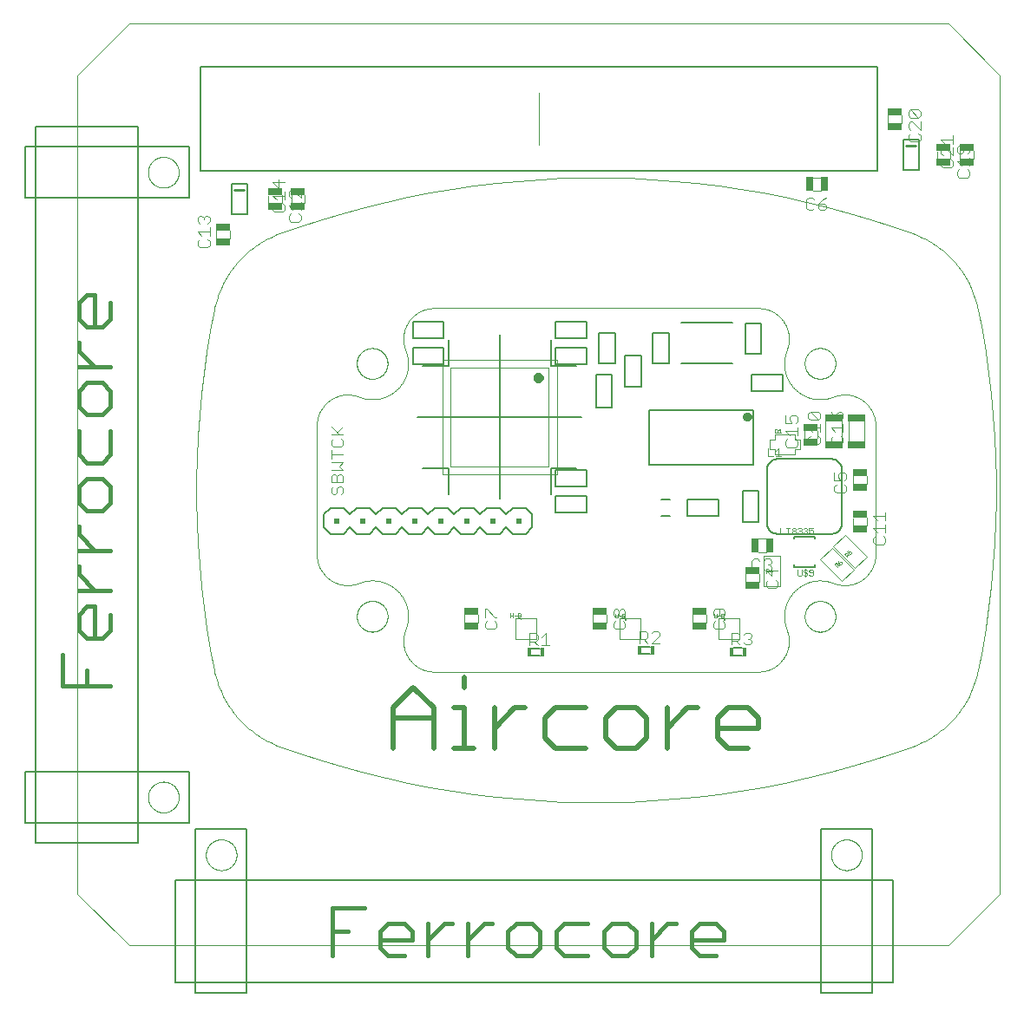
<source format=gto>
G75*
%MOIN*%
%OFA0B0*%
%FSLAX25Y25*%
%IPPOS*%
%LPD*%
%AMOC8*
5,1,8,0,0,1.08239X$1,22.5*
%
%ADD10C,0.00600*%
%ADD11C,0.00400*%
%ADD12R,0.01600X0.03400*%
%ADD13C,0.00197*%
%ADD14C,0.00100*%
%ADD15C,0.00800*%
%ADD16C,0.00000*%
%ADD17C,0.00004*%
%ADD18C,0.02000*%
%ADD19C,0.01600*%
%ADD20C,0.00500*%
%ADD21R,0.05709X0.02953*%
%ADD22C,0.00787*%
%ADD23C,0.01969*%
%ADD24R,0.02000X0.02000*%
%ADD25R,0.02953X0.05709*%
%ADD26C,0.00900*%
%ADD27C,0.00200*%
%ADD28C,0.00300*%
%ADD29R,0.06693X0.02953*%
D10*
X0195707Y0130869D02*
X0199109Y0130869D01*
X0199109Y0133673D02*
X0195707Y0133673D01*
X0237978Y0134443D02*
X0241379Y0134443D01*
X0241379Y0131640D02*
X0237978Y0131640D01*
X0273324Y0131087D02*
X0276726Y0131087D01*
X0276726Y0133890D02*
X0273324Y0133890D01*
X0290187Y0177813D02*
X0311053Y0177813D01*
X0311177Y0177815D01*
X0311300Y0177821D01*
X0311424Y0177830D01*
X0311546Y0177844D01*
X0311669Y0177861D01*
X0311791Y0177883D01*
X0311912Y0177908D01*
X0312032Y0177937D01*
X0312151Y0177969D01*
X0312270Y0178006D01*
X0312387Y0178046D01*
X0312502Y0178089D01*
X0312617Y0178137D01*
X0312729Y0178188D01*
X0312840Y0178242D01*
X0312950Y0178300D01*
X0313057Y0178361D01*
X0313163Y0178426D01*
X0313266Y0178494D01*
X0313367Y0178565D01*
X0313466Y0178639D01*
X0313563Y0178716D01*
X0313657Y0178797D01*
X0313748Y0178880D01*
X0313837Y0178966D01*
X0313923Y0179055D01*
X0314006Y0179146D01*
X0314087Y0179240D01*
X0314164Y0179337D01*
X0314238Y0179436D01*
X0314309Y0179537D01*
X0314377Y0179640D01*
X0314442Y0179746D01*
X0314503Y0179853D01*
X0314561Y0179963D01*
X0314615Y0180074D01*
X0314666Y0180186D01*
X0314714Y0180301D01*
X0314757Y0180416D01*
X0314797Y0180533D01*
X0314834Y0180652D01*
X0314866Y0180771D01*
X0314895Y0180891D01*
X0314920Y0181012D01*
X0314942Y0181134D01*
X0314959Y0181257D01*
X0314973Y0181379D01*
X0314982Y0181503D01*
X0314988Y0181626D01*
X0314990Y0181750D01*
X0314990Y0202616D01*
X0314988Y0202740D01*
X0314982Y0202863D01*
X0314973Y0202987D01*
X0314959Y0203109D01*
X0314942Y0203232D01*
X0314920Y0203354D01*
X0314895Y0203475D01*
X0314866Y0203595D01*
X0314834Y0203714D01*
X0314797Y0203833D01*
X0314757Y0203950D01*
X0314714Y0204065D01*
X0314666Y0204180D01*
X0314615Y0204292D01*
X0314561Y0204403D01*
X0314503Y0204513D01*
X0314442Y0204620D01*
X0314377Y0204726D01*
X0314309Y0204829D01*
X0314238Y0204930D01*
X0314164Y0205029D01*
X0314087Y0205126D01*
X0314006Y0205220D01*
X0313923Y0205311D01*
X0313837Y0205400D01*
X0313748Y0205486D01*
X0313657Y0205569D01*
X0313563Y0205650D01*
X0313466Y0205727D01*
X0313367Y0205801D01*
X0313266Y0205872D01*
X0313163Y0205940D01*
X0313057Y0206005D01*
X0312950Y0206066D01*
X0312840Y0206124D01*
X0312729Y0206178D01*
X0312617Y0206229D01*
X0312502Y0206277D01*
X0312387Y0206320D01*
X0312270Y0206360D01*
X0312151Y0206397D01*
X0312032Y0206429D01*
X0311912Y0206458D01*
X0311791Y0206483D01*
X0311669Y0206505D01*
X0311546Y0206522D01*
X0311424Y0206536D01*
X0311300Y0206545D01*
X0311177Y0206551D01*
X0311053Y0206553D01*
X0290187Y0206553D01*
X0290063Y0206551D01*
X0289940Y0206545D01*
X0289816Y0206536D01*
X0289694Y0206522D01*
X0289571Y0206505D01*
X0289449Y0206483D01*
X0289328Y0206458D01*
X0289208Y0206429D01*
X0289089Y0206397D01*
X0288970Y0206360D01*
X0288853Y0206320D01*
X0288738Y0206277D01*
X0288623Y0206229D01*
X0288511Y0206178D01*
X0288400Y0206124D01*
X0288290Y0206066D01*
X0288183Y0206005D01*
X0288077Y0205940D01*
X0287974Y0205872D01*
X0287873Y0205801D01*
X0287774Y0205727D01*
X0287677Y0205650D01*
X0287583Y0205569D01*
X0287492Y0205486D01*
X0287403Y0205400D01*
X0287317Y0205311D01*
X0287234Y0205220D01*
X0287153Y0205126D01*
X0287076Y0205029D01*
X0287002Y0204930D01*
X0286931Y0204829D01*
X0286863Y0204726D01*
X0286798Y0204620D01*
X0286737Y0204513D01*
X0286679Y0204403D01*
X0286625Y0204292D01*
X0286574Y0204180D01*
X0286526Y0204065D01*
X0286483Y0203950D01*
X0286443Y0203833D01*
X0286406Y0203714D01*
X0286374Y0203595D01*
X0286345Y0203475D01*
X0286320Y0203354D01*
X0286298Y0203232D01*
X0286281Y0203109D01*
X0286267Y0202987D01*
X0286258Y0202863D01*
X0286252Y0202740D01*
X0286250Y0202616D01*
X0286250Y0181750D01*
X0286252Y0181626D01*
X0286258Y0181503D01*
X0286267Y0181379D01*
X0286281Y0181257D01*
X0286298Y0181134D01*
X0286320Y0181012D01*
X0286345Y0180891D01*
X0286374Y0180771D01*
X0286406Y0180652D01*
X0286443Y0180533D01*
X0286483Y0180416D01*
X0286526Y0180301D01*
X0286574Y0180186D01*
X0286625Y0180074D01*
X0286679Y0179963D01*
X0286737Y0179853D01*
X0286798Y0179746D01*
X0286863Y0179640D01*
X0286931Y0179537D01*
X0287002Y0179436D01*
X0287076Y0179337D01*
X0287153Y0179240D01*
X0287234Y0179146D01*
X0287317Y0179055D01*
X0287403Y0178966D01*
X0287492Y0178880D01*
X0287583Y0178797D01*
X0287677Y0178716D01*
X0287774Y0178639D01*
X0287873Y0178565D01*
X0287974Y0178494D01*
X0288077Y0178426D01*
X0288183Y0178361D01*
X0288290Y0178300D01*
X0288400Y0178242D01*
X0288511Y0178188D01*
X0288623Y0178137D01*
X0288738Y0178089D01*
X0288853Y0178046D01*
X0288970Y0178006D01*
X0289089Y0177969D01*
X0289208Y0177937D01*
X0289328Y0177908D01*
X0289449Y0177883D01*
X0289571Y0177861D01*
X0289694Y0177844D01*
X0289816Y0177830D01*
X0289940Y0177821D01*
X0290063Y0177815D01*
X0290187Y0177813D01*
D11*
X0285772Y0176031D02*
X0282870Y0176031D01*
X0282870Y0170835D02*
X0285870Y0170835D01*
X0285733Y0168237D02*
X0284966Y0167470D01*
X0285733Y0168237D02*
X0287268Y0168237D01*
X0288035Y0167470D01*
X0288035Y0166702D01*
X0287268Y0165935D01*
X0288035Y0165168D01*
X0288035Y0164400D01*
X0287268Y0163633D01*
X0285733Y0163633D01*
X0284966Y0164400D01*
X0285816Y0163831D02*
X0288118Y0161529D01*
X0288118Y0164598D01*
X0287268Y0165935D02*
X0286501Y0165935D01*
X0285816Y0163831D02*
X0290420Y0163831D01*
X0289653Y0159994D02*
X0290420Y0159227D01*
X0290420Y0157693D01*
X0289653Y0156925D01*
X0286583Y0156925D01*
X0285816Y0157693D01*
X0285816Y0159227D01*
X0286583Y0159994D01*
X0283219Y0159433D02*
X0283219Y0162433D01*
X0282664Y0163633D02*
X0283431Y0164400D01*
X0282664Y0163633D02*
X0281130Y0163633D01*
X0280362Y0164400D01*
X0280362Y0167470D01*
X0281130Y0168237D01*
X0282664Y0168237D01*
X0283431Y0167470D01*
X0278022Y0162335D02*
X0278022Y0159433D01*
X0269343Y0148870D02*
X0266274Y0148870D01*
X0265507Y0148102D01*
X0265507Y0146568D01*
X0266274Y0145800D01*
X0267041Y0145800D01*
X0267809Y0146568D01*
X0267809Y0148870D01*
X0269343Y0148870D02*
X0270111Y0148102D01*
X0270111Y0146568D01*
X0269343Y0145800D01*
X0269343Y0144266D02*
X0270111Y0143498D01*
X0270111Y0141964D01*
X0269343Y0141196D01*
X0266274Y0141196D01*
X0265507Y0141964D01*
X0265507Y0143498D01*
X0266274Y0144266D01*
X0262909Y0143704D02*
X0262909Y0146704D01*
X0257712Y0146606D02*
X0257712Y0143704D01*
X0245052Y0139578D02*
X0244285Y0140346D01*
X0242750Y0140346D01*
X0241983Y0139578D01*
X0240448Y0139578D02*
X0240448Y0138044D01*
X0239681Y0137276D01*
X0237379Y0137276D01*
X0238913Y0137276D02*
X0240448Y0135742D01*
X0241983Y0135742D02*
X0245052Y0138811D01*
X0245052Y0139578D01*
X0245052Y0135742D02*
X0241983Y0135742D01*
X0240448Y0139578D02*
X0239681Y0140346D01*
X0237379Y0140346D01*
X0237379Y0135742D01*
X0231741Y0141964D02*
X0231741Y0143498D01*
X0230973Y0144266D01*
X0230973Y0145800D02*
X0230206Y0145800D01*
X0229439Y0146568D01*
X0229439Y0148102D01*
X0230206Y0148870D01*
X0230973Y0148870D01*
X0231741Y0148102D01*
X0231741Y0146568D01*
X0230973Y0145800D01*
X0229439Y0146568D02*
X0228671Y0145800D01*
X0227904Y0145800D01*
X0227137Y0146568D01*
X0227137Y0148102D01*
X0227904Y0148870D01*
X0228671Y0148870D01*
X0229439Y0148102D01*
X0227904Y0144266D02*
X0227137Y0143498D01*
X0227137Y0141964D01*
X0227904Y0141196D01*
X0230973Y0141196D01*
X0231741Y0141964D01*
X0224539Y0143704D02*
X0224539Y0146704D01*
X0219342Y0146606D02*
X0219342Y0143704D01*
X0202781Y0134971D02*
X0199712Y0134971D01*
X0201246Y0134971D02*
X0201246Y0139575D01*
X0199712Y0138040D01*
X0198177Y0137273D02*
X0197410Y0136506D01*
X0195108Y0136506D01*
X0196643Y0136506D02*
X0198177Y0134971D01*
X0198177Y0137273D02*
X0198177Y0138808D01*
X0197410Y0139575D01*
X0195108Y0139575D01*
X0195108Y0134971D01*
X0182433Y0141964D02*
X0182433Y0143498D01*
X0181666Y0144266D01*
X0181666Y0145800D02*
X0182433Y0145800D01*
X0181666Y0145800D02*
X0178597Y0148870D01*
X0177830Y0148870D01*
X0177830Y0145800D01*
X0178597Y0144266D02*
X0177830Y0143498D01*
X0177830Y0141964D01*
X0178597Y0141196D01*
X0181666Y0141196D01*
X0182433Y0141964D01*
X0175232Y0143704D02*
X0175232Y0146704D01*
X0170035Y0146606D02*
X0170035Y0143704D01*
X0122653Y0192983D02*
X0123420Y0193750D01*
X0123420Y0195285D01*
X0122653Y0196052D01*
X0121885Y0196052D01*
X0121118Y0195285D01*
X0121118Y0193750D01*
X0120351Y0192983D01*
X0119583Y0192983D01*
X0118816Y0193750D01*
X0118816Y0195285D01*
X0119583Y0196052D01*
X0118816Y0197587D02*
X0118816Y0199889D01*
X0119583Y0200656D01*
X0120351Y0200656D01*
X0121118Y0199889D01*
X0121118Y0197587D01*
X0123420Y0197587D02*
X0118816Y0197587D01*
X0121118Y0199889D02*
X0121885Y0200656D01*
X0122653Y0200656D01*
X0123420Y0199889D01*
X0123420Y0197587D01*
X0123420Y0202191D02*
X0118816Y0202191D01*
X0118816Y0205260D02*
X0123420Y0205260D01*
X0121885Y0203726D01*
X0123420Y0202191D01*
X0123420Y0208329D02*
X0118816Y0208329D01*
X0118816Y0206795D02*
X0118816Y0209864D01*
X0119583Y0211399D02*
X0122653Y0211399D01*
X0123420Y0212166D01*
X0123420Y0213701D01*
X0122653Y0214468D01*
X0123420Y0216003D02*
X0118816Y0216003D01*
X0119583Y0214468D02*
X0118816Y0213701D01*
X0118816Y0212166D01*
X0119583Y0211399D01*
X0121885Y0216003D02*
X0118816Y0219072D01*
X0121118Y0216770D02*
X0123420Y0219072D01*
X0071403Y0287883D02*
X0068333Y0287883D01*
X0067566Y0288650D01*
X0067566Y0290185D01*
X0068333Y0290952D01*
X0069101Y0292487D02*
X0067566Y0294022D01*
X0072170Y0294022D01*
X0072170Y0295556D02*
X0072170Y0292487D01*
X0071403Y0290952D02*
X0072170Y0290185D01*
X0072170Y0288650D01*
X0071403Y0287883D01*
X0074772Y0291183D02*
X0074772Y0294183D01*
X0071403Y0297091D02*
X0072170Y0297858D01*
X0072170Y0299393D01*
X0071403Y0300160D01*
X0070635Y0300160D01*
X0069868Y0299393D01*
X0069868Y0298626D01*
X0069868Y0299393D02*
X0069101Y0300160D01*
X0068333Y0300160D01*
X0067566Y0299393D01*
X0067566Y0297858D01*
X0068333Y0297091D01*
X0079969Y0294183D02*
X0079969Y0291281D01*
X0096316Y0302400D02*
X0096316Y0303935D01*
X0097083Y0304702D01*
X0097851Y0306237D02*
X0096316Y0307772D01*
X0100920Y0307772D01*
X0099969Y0307933D02*
X0099969Y0304933D01*
X0100153Y0304702D02*
X0100920Y0303935D01*
X0100920Y0302400D01*
X0100153Y0301633D01*
X0097083Y0301633D01*
X0096316Y0302400D01*
X0094772Y0304933D02*
X0094772Y0307835D01*
X0098618Y0310841D02*
X0098618Y0313910D01*
X0096316Y0313143D02*
X0098618Y0310841D01*
X0100920Y0309306D02*
X0100920Y0306237D01*
X0102566Y0307796D02*
X0103333Y0307029D01*
X0103522Y0307933D02*
X0103522Y0304933D01*
X0102566Y0303960D02*
X0104101Y0302425D01*
X0103333Y0300891D02*
X0102566Y0300123D01*
X0102566Y0298589D01*
X0103333Y0297821D01*
X0106403Y0297821D01*
X0107170Y0298589D01*
X0107170Y0300123D01*
X0106403Y0300891D01*
X0107170Y0302425D02*
X0107170Y0305494D01*
X0107170Y0303960D02*
X0102566Y0303960D01*
X0102566Y0307796D02*
X0102566Y0309331D01*
X0103333Y0310098D01*
X0104101Y0310098D01*
X0107170Y0307029D01*
X0107170Y0310098D01*
X0108719Y0307933D02*
X0108719Y0305031D01*
X0100920Y0313143D02*
X0096316Y0313143D01*
X0272725Y0139792D02*
X0275027Y0139792D01*
X0275794Y0139025D01*
X0275794Y0137490D01*
X0275027Y0136723D01*
X0272725Y0136723D01*
X0274260Y0136723D02*
X0275794Y0135188D01*
X0277329Y0135955D02*
X0278096Y0135188D01*
X0279631Y0135188D01*
X0280398Y0135955D01*
X0280398Y0136723D01*
X0279631Y0137490D01*
X0278864Y0137490D01*
X0279631Y0137490D02*
X0280398Y0138257D01*
X0280398Y0139025D01*
X0279631Y0139792D01*
X0278096Y0139792D01*
X0277329Y0139025D01*
X0272725Y0139792D02*
X0272725Y0135188D01*
X0319272Y0180933D02*
X0319272Y0183835D01*
X0324469Y0183933D02*
X0324469Y0180933D01*
X0327066Y0179960D02*
X0331670Y0179960D01*
X0331670Y0181494D02*
X0331670Y0178425D01*
X0330903Y0176891D02*
X0331670Y0176123D01*
X0331670Y0174589D01*
X0330903Y0173821D01*
X0327833Y0173821D01*
X0327066Y0174589D01*
X0327066Y0176123D01*
X0327833Y0176891D01*
X0328601Y0178425D02*
X0327066Y0179960D01*
X0328601Y0183029D02*
X0327066Y0184564D01*
X0331670Y0184564D01*
X0331670Y0186098D02*
X0331670Y0183029D01*
X0324469Y0197031D02*
X0324469Y0199933D01*
X0319272Y0199933D02*
X0319272Y0196933D01*
X0316670Y0195935D02*
X0315903Y0196702D01*
X0316670Y0195935D02*
X0316670Y0194400D01*
X0315903Y0193633D01*
X0312833Y0193633D01*
X0312066Y0194400D01*
X0312066Y0195935D01*
X0312833Y0196702D01*
X0312066Y0198237D02*
X0314368Y0198237D01*
X0313601Y0199772D01*
X0313601Y0200539D01*
X0314368Y0201306D01*
X0315903Y0201306D01*
X0316670Y0200539D01*
X0316670Y0199004D01*
X0315903Y0198237D01*
X0312066Y0198237D02*
X0312066Y0201306D01*
X0311583Y0212383D02*
X0314653Y0212383D01*
X0315420Y0213150D01*
X0315420Y0214685D01*
X0314653Y0215452D01*
X0315420Y0216987D02*
X0315420Y0220056D01*
X0314969Y0220982D02*
X0314969Y0213384D01*
X0317522Y0213384D02*
X0317522Y0220982D01*
X0315420Y0222358D02*
X0315420Y0223893D01*
X0314653Y0224660D01*
X0313885Y0224660D01*
X0313118Y0223893D01*
X0313118Y0221591D01*
X0314653Y0221591D01*
X0315420Y0222358D01*
X0313118Y0221591D02*
X0311583Y0223126D01*
X0310816Y0224660D01*
X0308772Y0220982D02*
X0308772Y0213384D01*
X0310816Y0213150D02*
X0311583Y0212383D01*
X0310816Y0213150D02*
X0310816Y0214685D01*
X0311583Y0215452D01*
X0312351Y0216987D02*
X0310816Y0218522D01*
X0315420Y0218522D01*
X0306670Y0218522D02*
X0302066Y0218522D01*
X0303601Y0216987D01*
X0302833Y0215452D02*
X0302066Y0214685D01*
X0302066Y0213150D01*
X0302833Y0212383D01*
X0305903Y0212383D01*
X0306670Y0213150D01*
X0306670Y0214685D01*
X0305903Y0215452D01*
X0305719Y0214531D02*
X0305719Y0217433D01*
X0306670Y0216987D02*
X0306670Y0220056D01*
X0305903Y0221591D02*
X0302833Y0224660D01*
X0305903Y0224660D01*
X0306670Y0223893D01*
X0306670Y0222358D01*
X0305903Y0221591D01*
X0302833Y0221591D01*
X0302066Y0222358D01*
X0302066Y0223893D01*
X0302833Y0224660D01*
X0297920Y0222643D02*
X0297920Y0221108D01*
X0297153Y0220341D01*
X0295618Y0220341D02*
X0294851Y0221876D01*
X0294851Y0222643D01*
X0295618Y0223410D01*
X0297153Y0223410D01*
X0297920Y0222643D01*
X0295618Y0220341D02*
X0293316Y0220341D01*
X0293316Y0223410D01*
X0297920Y0218806D02*
X0297920Y0215737D01*
X0297920Y0217272D02*
X0293316Y0217272D01*
X0294851Y0215737D01*
X0294083Y0214202D02*
X0293316Y0213435D01*
X0293316Y0211900D01*
X0294083Y0211133D01*
X0297153Y0211133D01*
X0297920Y0211900D01*
X0297920Y0213435D01*
X0297153Y0214202D01*
X0300522Y0214433D02*
X0300522Y0217433D01*
X0323719Y0220982D02*
X0323719Y0213384D01*
X0308268Y0302383D02*
X0309035Y0303150D01*
X0309035Y0303918D01*
X0308268Y0304685D01*
X0305966Y0304685D01*
X0305966Y0303150D01*
X0306733Y0302383D01*
X0308268Y0302383D01*
X0305966Y0304685D02*
X0307501Y0306220D01*
X0309035Y0306987D01*
X0306870Y0309585D02*
X0303870Y0309585D01*
X0303664Y0306987D02*
X0302130Y0306987D01*
X0301362Y0306220D01*
X0301362Y0303150D01*
X0302130Y0302383D01*
X0303664Y0302383D01*
X0304431Y0303150D01*
X0304431Y0306220D02*
X0303664Y0306987D01*
X0303870Y0314781D02*
X0306772Y0314781D01*
X0332772Y0335683D02*
X0332772Y0338585D01*
X0337969Y0338683D02*
X0337969Y0335683D01*
X0340566Y0335477D02*
X0340566Y0333943D01*
X0341333Y0333175D01*
X0341333Y0331641D02*
X0340566Y0330873D01*
X0340566Y0329339D01*
X0341333Y0328571D01*
X0344403Y0328571D01*
X0345170Y0329339D01*
X0345170Y0330873D01*
X0344403Y0331641D01*
X0345170Y0333175D02*
X0342101Y0336244D01*
X0341333Y0336244D01*
X0340566Y0335477D01*
X0341333Y0337779D02*
X0340566Y0338546D01*
X0340566Y0340081D01*
X0341333Y0340848D01*
X0344403Y0337779D01*
X0345170Y0338546D01*
X0345170Y0340081D01*
X0344403Y0340848D01*
X0341333Y0340848D01*
X0341333Y0337779D02*
X0344403Y0337779D01*
X0345170Y0336244D02*
X0345170Y0333175D01*
X0353066Y0329376D02*
X0357670Y0329376D01*
X0357670Y0330910D02*
X0357670Y0327841D01*
X0357670Y0326306D02*
X0357670Y0323237D01*
X0354601Y0326306D01*
X0353833Y0326306D01*
X0353066Y0325539D01*
X0353066Y0324004D01*
X0353833Y0323237D01*
X0353833Y0321702D02*
X0353066Y0320935D01*
X0353066Y0319400D01*
X0353833Y0318633D01*
X0356903Y0318633D01*
X0357670Y0319400D01*
X0357670Y0320935D01*
X0356903Y0321702D01*
X0356719Y0321933D02*
X0356719Y0324933D01*
X0359316Y0324796D02*
X0359316Y0326331D01*
X0360083Y0327098D01*
X0363153Y0327098D01*
X0363920Y0326331D01*
X0363920Y0324796D01*
X0363153Y0324029D01*
X0363920Y0322494D02*
X0363920Y0319425D01*
X0363920Y0320960D02*
X0359316Y0320960D01*
X0360851Y0319425D01*
X0360083Y0317891D02*
X0359316Y0317123D01*
X0359316Y0315589D01*
X0360083Y0314821D01*
X0363153Y0314821D01*
X0363920Y0315589D01*
X0363920Y0317123D01*
X0363153Y0317891D01*
X0365469Y0322031D02*
X0365469Y0324933D01*
X0361618Y0324796D02*
X0361618Y0327098D01*
X0361618Y0324796D02*
X0360851Y0324029D01*
X0360083Y0324029D01*
X0359316Y0324796D01*
X0360272Y0324933D02*
X0360272Y0321933D01*
X0354601Y0327841D02*
X0353066Y0329376D01*
X0351522Y0324835D02*
X0351522Y0321933D01*
D12*
X0277525Y0132488D03*
X0272525Y0132488D03*
X0242179Y0133042D03*
X0237179Y0133042D03*
X0199908Y0132271D03*
X0194908Y0132271D03*
D13*
X0197557Y0137446D02*
X0189683Y0137446D01*
X0189683Y0145320D01*
X0197557Y0145320D01*
X0197557Y0137446D01*
X0191573Y0144926D02*
X0191575Y0144944D01*
X0191581Y0144960D01*
X0191590Y0144975D01*
X0191603Y0144988D01*
X0191618Y0144997D01*
X0191634Y0145003D01*
X0191652Y0145005D01*
X0191670Y0145003D01*
X0191686Y0144997D01*
X0191701Y0144988D01*
X0191714Y0144975D01*
X0191723Y0144960D01*
X0191729Y0144944D01*
X0191731Y0144926D01*
X0191729Y0144908D01*
X0191723Y0144892D01*
X0191714Y0144877D01*
X0191701Y0144864D01*
X0191686Y0144855D01*
X0191670Y0144849D01*
X0191652Y0144847D01*
X0191634Y0144849D01*
X0191618Y0144855D01*
X0191603Y0144864D01*
X0191590Y0144877D01*
X0191581Y0144892D01*
X0191575Y0144908D01*
X0191573Y0144926D01*
X0229783Y0145220D02*
X0229783Y0137346D01*
X0237657Y0137346D01*
X0237657Y0145220D01*
X0229783Y0145220D01*
X0231673Y0144826D02*
X0231675Y0144844D01*
X0231681Y0144860D01*
X0231690Y0144875D01*
X0231703Y0144888D01*
X0231718Y0144897D01*
X0231734Y0144903D01*
X0231752Y0144905D01*
X0231770Y0144903D01*
X0231786Y0144897D01*
X0231801Y0144888D01*
X0231814Y0144875D01*
X0231823Y0144860D01*
X0231829Y0144844D01*
X0231831Y0144826D01*
X0231829Y0144808D01*
X0231823Y0144792D01*
X0231814Y0144777D01*
X0231801Y0144764D01*
X0231786Y0144755D01*
X0231770Y0144749D01*
X0231752Y0144747D01*
X0231734Y0144749D01*
X0231718Y0144755D01*
X0231703Y0144764D01*
X0231690Y0144777D01*
X0231681Y0144792D01*
X0231675Y0144808D01*
X0231673Y0144826D01*
X0267783Y0145220D02*
X0267783Y0137346D01*
X0275657Y0137346D01*
X0275657Y0145220D01*
X0267783Y0145220D01*
X0269673Y0144826D02*
X0269675Y0144844D01*
X0269681Y0144860D01*
X0269690Y0144875D01*
X0269703Y0144888D01*
X0269718Y0144897D01*
X0269734Y0144903D01*
X0269752Y0144905D01*
X0269770Y0144903D01*
X0269786Y0144897D01*
X0269801Y0144888D01*
X0269814Y0144875D01*
X0269823Y0144860D01*
X0269829Y0144844D01*
X0269831Y0144826D01*
X0269829Y0144808D01*
X0269823Y0144792D01*
X0269814Y0144777D01*
X0269801Y0144764D01*
X0269786Y0144755D01*
X0269770Y0144749D01*
X0269752Y0144747D01*
X0269734Y0144749D01*
X0269718Y0144755D01*
X0269703Y0144764D01*
X0269690Y0144777D01*
X0269681Y0144792D01*
X0269675Y0144808D01*
X0269673Y0144826D01*
D14*
X0269503Y0145664D02*
X0268765Y0145664D01*
X0268765Y0147140D01*
X0269503Y0147140D01*
X0269749Y0146894D01*
X0269749Y0146648D01*
X0269503Y0146402D01*
X0268765Y0146402D01*
X0268299Y0146402D02*
X0267315Y0146402D01*
X0266849Y0146402D02*
X0265865Y0146402D01*
X0265865Y0145664D02*
X0265865Y0147140D01*
X0266849Y0147140D02*
X0266849Y0145664D01*
X0269503Y0145664D02*
X0269749Y0145910D01*
X0269749Y0146156D01*
X0269503Y0146402D01*
X0285872Y0162752D02*
X0285872Y0164253D01*
X0286623Y0164253D01*
X0286873Y0164003D01*
X0286873Y0163503D01*
X0286623Y0163252D01*
X0285872Y0163252D01*
X0286372Y0163252D02*
X0286873Y0162752D01*
X0287345Y0163503D02*
X0288346Y0163503D01*
X0288096Y0164253D02*
X0287345Y0163503D01*
X0288096Y0164253D02*
X0288096Y0162752D01*
X0312214Y0165992D02*
X0313276Y0164931D01*
X0312922Y0165285D02*
X0313453Y0165815D01*
X0313453Y0166169D01*
X0313099Y0166523D01*
X0312745Y0166523D01*
X0312214Y0165992D01*
X0313276Y0165638D02*
X0313984Y0165638D01*
X0314141Y0166149D02*
X0314495Y0166149D01*
X0314848Y0166503D01*
X0314848Y0166857D01*
X0314672Y0167034D01*
X0314318Y0167034D01*
X0313787Y0166503D01*
X0314141Y0166149D01*
X0313787Y0166503D02*
X0313787Y0167211D01*
X0313964Y0167742D01*
X0315950Y0169923D02*
X0316481Y0170454D01*
X0316835Y0170454D01*
X0317189Y0170100D01*
X0317189Y0169747D01*
X0316658Y0169216D01*
X0317012Y0169570D02*
X0317720Y0169570D01*
X0317877Y0170081D02*
X0318231Y0170081D01*
X0318585Y0170434D01*
X0318585Y0170788D01*
X0318231Y0171142D01*
X0317877Y0171142D01*
X0317700Y0170965D01*
X0317523Y0170434D01*
X0316992Y0170965D01*
X0317700Y0171673D01*
X0315950Y0169923D02*
X0317012Y0168862D01*
X0291707Y0216564D02*
X0290706Y0216564D01*
X0291207Y0216564D02*
X0291207Y0218065D01*
X0290706Y0217565D01*
X0290234Y0217815D02*
X0289984Y0218065D01*
X0289233Y0218065D01*
X0289233Y0216564D01*
X0289984Y0216564D01*
X0290234Y0216814D01*
X0290234Y0217815D01*
X0231503Y0147140D02*
X0231749Y0146894D01*
X0231749Y0146648D01*
X0231503Y0146402D01*
X0230765Y0146402D01*
X0230299Y0146402D02*
X0229315Y0146402D01*
X0228849Y0146402D02*
X0227865Y0146402D01*
X0227865Y0145664D02*
X0227865Y0147140D01*
X0228849Y0147140D02*
X0228849Y0145664D01*
X0230765Y0145664D02*
X0231503Y0145664D01*
X0231749Y0145910D01*
X0231749Y0146156D01*
X0231503Y0146402D01*
X0231503Y0147140D02*
X0230765Y0147140D01*
X0230765Y0145664D01*
X0191649Y0146010D02*
X0191403Y0145764D01*
X0190665Y0145764D01*
X0190665Y0147240D01*
X0191403Y0147240D01*
X0191649Y0146994D01*
X0191649Y0146748D01*
X0191403Y0146502D01*
X0190665Y0146502D01*
X0190199Y0146502D02*
X0189215Y0146502D01*
X0188749Y0146502D02*
X0187765Y0146502D01*
X0187765Y0145764D02*
X0187765Y0147240D01*
X0188749Y0147240D02*
X0188749Y0145764D01*
X0191403Y0146502D02*
X0191649Y0146256D01*
X0191649Y0146010D01*
D15*
X0193620Y0177783D02*
X0188620Y0177783D01*
X0186120Y0180283D01*
X0183620Y0177783D01*
X0178620Y0177783D01*
X0176120Y0180283D01*
X0173620Y0177783D01*
X0168620Y0177783D01*
X0166120Y0180283D01*
X0163620Y0177783D01*
X0158620Y0177783D01*
X0156120Y0180283D01*
X0153620Y0177783D01*
X0148620Y0177783D01*
X0146120Y0180283D01*
X0143620Y0177783D01*
X0138620Y0177783D01*
X0136120Y0180283D01*
X0133620Y0177783D01*
X0128620Y0177783D01*
X0126120Y0180283D01*
X0123620Y0177783D01*
X0118620Y0177783D01*
X0116120Y0180283D01*
X0116120Y0185283D01*
X0118620Y0187783D01*
X0123620Y0187783D01*
X0126120Y0185283D01*
X0128620Y0187783D01*
X0133620Y0187783D01*
X0136120Y0185283D01*
X0138620Y0187783D01*
X0143620Y0187783D01*
X0146120Y0185283D01*
X0148620Y0187783D01*
X0153620Y0187783D01*
X0156120Y0185283D01*
X0158620Y0187783D01*
X0163620Y0187783D01*
X0166120Y0185283D01*
X0168620Y0187783D01*
X0173620Y0187783D01*
X0176120Y0185283D01*
X0178620Y0187783D01*
X0183620Y0187783D01*
X0186120Y0185283D01*
X0188620Y0187783D01*
X0193620Y0187783D01*
X0196120Y0185283D01*
X0196120Y0180283D01*
X0193620Y0177783D01*
X0068620Y0317195D02*
X0328620Y0317195D01*
X0328620Y0357195D01*
X0068620Y0357195D01*
X0068620Y0317195D01*
D16*
X0021455Y0354163D02*
X0021455Y0039203D01*
X0041140Y0019518D01*
X0356100Y0019518D01*
X0375785Y0039203D01*
X0375785Y0354163D01*
X0356100Y0373848D01*
X0041140Y0373848D01*
X0021455Y0354163D01*
X0048494Y0316762D02*
X0048496Y0316915D01*
X0048502Y0317069D01*
X0048512Y0317222D01*
X0048526Y0317374D01*
X0048544Y0317527D01*
X0048566Y0317678D01*
X0048591Y0317829D01*
X0048621Y0317980D01*
X0048655Y0318130D01*
X0048692Y0318278D01*
X0048733Y0318426D01*
X0048778Y0318572D01*
X0048827Y0318718D01*
X0048880Y0318862D01*
X0048936Y0319004D01*
X0048996Y0319145D01*
X0049060Y0319285D01*
X0049127Y0319423D01*
X0049198Y0319559D01*
X0049273Y0319693D01*
X0049350Y0319825D01*
X0049432Y0319955D01*
X0049516Y0320083D01*
X0049604Y0320209D01*
X0049695Y0320332D01*
X0049789Y0320453D01*
X0049887Y0320571D01*
X0049987Y0320687D01*
X0050091Y0320800D01*
X0050197Y0320911D01*
X0050306Y0321019D01*
X0050418Y0321124D01*
X0050532Y0321225D01*
X0050650Y0321324D01*
X0050769Y0321420D01*
X0050891Y0321513D01*
X0051016Y0321602D01*
X0051143Y0321689D01*
X0051272Y0321771D01*
X0051403Y0321851D01*
X0051536Y0321927D01*
X0051671Y0322000D01*
X0051808Y0322069D01*
X0051947Y0322134D01*
X0052087Y0322196D01*
X0052229Y0322254D01*
X0052372Y0322309D01*
X0052517Y0322360D01*
X0052663Y0322407D01*
X0052810Y0322450D01*
X0052958Y0322489D01*
X0053107Y0322525D01*
X0053257Y0322556D01*
X0053408Y0322584D01*
X0053559Y0322608D01*
X0053712Y0322628D01*
X0053864Y0322644D01*
X0054017Y0322656D01*
X0054170Y0322664D01*
X0054323Y0322668D01*
X0054477Y0322668D01*
X0054630Y0322664D01*
X0054783Y0322656D01*
X0054936Y0322644D01*
X0055088Y0322628D01*
X0055241Y0322608D01*
X0055392Y0322584D01*
X0055543Y0322556D01*
X0055693Y0322525D01*
X0055842Y0322489D01*
X0055990Y0322450D01*
X0056137Y0322407D01*
X0056283Y0322360D01*
X0056428Y0322309D01*
X0056571Y0322254D01*
X0056713Y0322196D01*
X0056853Y0322134D01*
X0056992Y0322069D01*
X0057129Y0322000D01*
X0057264Y0321927D01*
X0057397Y0321851D01*
X0057528Y0321771D01*
X0057657Y0321689D01*
X0057784Y0321602D01*
X0057909Y0321513D01*
X0058031Y0321420D01*
X0058150Y0321324D01*
X0058268Y0321225D01*
X0058382Y0321124D01*
X0058494Y0321019D01*
X0058603Y0320911D01*
X0058709Y0320800D01*
X0058813Y0320687D01*
X0058913Y0320571D01*
X0059011Y0320453D01*
X0059105Y0320332D01*
X0059196Y0320209D01*
X0059284Y0320083D01*
X0059368Y0319955D01*
X0059450Y0319825D01*
X0059527Y0319693D01*
X0059602Y0319559D01*
X0059673Y0319423D01*
X0059740Y0319285D01*
X0059804Y0319145D01*
X0059864Y0319004D01*
X0059920Y0318862D01*
X0059973Y0318718D01*
X0060022Y0318572D01*
X0060067Y0318426D01*
X0060108Y0318278D01*
X0060145Y0318130D01*
X0060179Y0317980D01*
X0060209Y0317829D01*
X0060234Y0317678D01*
X0060256Y0317527D01*
X0060274Y0317374D01*
X0060288Y0317222D01*
X0060298Y0317069D01*
X0060304Y0316915D01*
X0060306Y0316762D01*
X0060304Y0316609D01*
X0060298Y0316455D01*
X0060288Y0316302D01*
X0060274Y0316150D01*
X0060256Y0315997D01*
X0060234Y0315846D01*
X0060209Y0315695D01*
X0060179Y0315544D01*
X0060145Y0315394D01*
X0060108Y0315246D01*
X0060067Y0315098D01*
X0060022Y0314952D01*
X0059973Y0314806D01*
X0059920Y0314662D01*
X0059864Y0314520D01*
X0059804Y0314379D01*
X0059740Y0314239D01*
X0059673Y0314101D01*
X0059602Y0313965D01*
X0059527Y0313831D01*
X0059450Y0313699D01*
X0059368Y0313569D01*
X0059284Y0313441D01*
X0059196Y0313315D01*
X0059105Y0313192D01*
X0059011Y0313071D01*
X0058913Y0312953D01*
X0058813Y0312837D01*
X0058709Y0312724D01*
X0058603Y0312613D01*
X0058494Y0312505D01*
X0058382Y0312400D01*
X0058268Y0312299D01*
X0058150Y0312200D01*
X0058031Y0312104D01*
X0057909Y0312011D01*
X0057784Y0311922D01*
X0057657Y0311835D01*
X0057528Y0311753D01*
X0057397Y0311673D01*
X0057264Y0311597D01*
X0057129Y0311524D01*
X0056992Y0311455D01*
X0056853Y0311390D01*
X0056713Y0311328D01*
X0056571Y0311270D01*
X0056428Y0311215D01*
X0056283Y0311164D01*
X0056137Y0311117D01*
X0055990Y0311074D01*
X0055842Y0311035D01*
X0055693Y0310999D01*
X0055543Y0310968D01*
X0055392Y0310940D01*
X0055241Y0310916D01*
X0055088Y0310896D01*
X0054936Y0310880D01*
X0054783Y0310868D01*
X0054630Y0310860D01*
X0054477Y0310856D01*
X0054323Y0310856D01*
X0054170Y0310860D01*
X0054017Y0310868D01*
X0053864Y0310880D01*
X0053712Y0310896D01*
X0053559Y0310916D01*
X0053408Y0310940D01*
X0053257Y0310968D01*
X0053107Y0310999D01*
X0052958Y0311035D01*
X0052810Y0311074D01*
X0052663Y0311117D01*
X0052517Y0311164D01*
X0052372Y0311215D01*
X0052229Y0311270D01*
X0052087Y0311328D01*
X0051947Y0311390D01*
X0051808Y0311455D01*
X0051671Y0311524D01*
X0051536Y0311597D01*
X0051403Y0311673D01*
X0051272Y0311753D01*
X0051143Y0311835D01*
X0051016Y0311922D01*
X0050891Y0312011D01*
X0050769Y0312104D01*
X0050650Y0312200D01*
X0050532Y0312299D01*
X0050418Y0312400D01*
X0050306Y0312505D01*
X0050197Y0312613D01*
X0050091Y0312724D01*
X0049987Y0312837D01*
X0049887Y0312953D01*
X0049789Y0313071D01*
X0049695Y0313192D01*
X0049604Y0313315D01*
X0049516Y0313441D01*
X0049432Y0313569D01*
X0049350Y0313699D01*
X0049273Y0313831D01*
X0049198Y0313965D01*
X0049127Y0314101D01*
X0049060Y0314239D01*
X0048996Y0314379D01*
X0048936Y0314520D01*
X0048880Y0314662D01*
X0048827Y0314806D01*
X0048778Y0314952D01*
X0048733Y0315098D01*
X0048692Y0315246D01*
X0048655Y0315394D01*
X0048621Y0315544D01*
X0048591Y0315695D01*
X0048566Y0315846D01*
X0048544Y0315997D01*
X0048526Y0316150D01*
X0048512Y0316302D01*
X0048502Y0316455D01*
X0048496Y0316609D01*
X0048494Y0316762D01*
X0068620Y0317195D02*
X0328620Y0317195D01*
X0328620Y0357195D01*
X0068620Y0357195D01*
X0068620Y0317195D01*
X0128664Y0243293D02*
X0128666Y0243446D01*
X0128672Y0243600D01*
X0128682Y0243753D01*
X0128696Y0243905D01*
X0128714Y0244058D01*
X0128736Y0244209D01*
X0128761Y0244360D01*
X0128791Y0244511D01*
X0128825Y0244661D01*
X0128862Y0244809D01*
X0128903Y0244957D01*
X0128948Y0245103D01*
X0128997Y0245249D01*
X0129050Y0245393D01*
X0129106Y0245535D01*
X0129166Y0245676D01*
X0129230Y0245816D01*
X0129297Y0245954D01*
X0129368Y0246090D01*
X0129443Y0246224D01*
X0129520Y0246356D01*
X0129602Y0246486D01*
X0129686Y0246614D01*
X0129774Y0246740D01*
X0129865Y0246863D01*
X0129959Y0246984D01*
X0130057Y0247102D01*
X0130157Y0247218D01*
X0130261Y0247331D01*
X0130367Y0247442D01*
X0130476Y0247550D01*
X0130588Y0247655D01*
X0130702Y0247756D01*
X0130820Y0247855D01*
X0130939Y0247951D01*
X0131061Y0248044D01*
X0131186Y0248133D01*
X0131313Y0248220D01*
X0131442Y0248302D01*
X0131573Y0248382D01*
X0131706Y0248458D01*
X0131841Y0248531D01*
X0131978Y0248600D01*
X0132117Y0248665D01*
X0132257Y0248727D01*
X0132399Y0248785D01*
X0132542Y0248840D01*
X0132687Y0248891D01*
X0132833Y0248938D01*
X0132980Y0248981D01*
X0133128Y0249020D01*
X0133277Y0249056D01*
X0133427Y0249087D01*
X0133578Y0249115D01*
X0133729Y0249139D01*
X0133882Y0249159D01*
X0134034Y0249175D01*
X0134187Y0249187D01*
X0134340Y0249195D01*
X0134493Y0249199D01*
X0134647Y0249199D01*
X0134800Y0249195D01*
X0134953Y0249187D01*
X0135106Y0249175D01*
X0135258Y0249159D01*
X0135411Y0249139D01*
X0135562Y0249115D01*
X0135713Y0249087D01*
X0135863Y0249056D01*
X0136012Y0249020D01*
X0136160Y0248981D01*
X0136307Y0248938D01*
X0136453Y0248891D01*
X0136598Y0248840D01*
X0136741Y0248785D01*
X0136883Y0248727D01*
X0137023Y0248665D01*
X0137162Y0248600D01*
X0137299Y0248531D01*
X0137434Y0248458D01*
X0137567Y0248382D01*
X0137698Y0248302D01*
X0137827Y0248220D01*
X0137954Y0248133D01*
X0138079Y0248044D01*
X0138201Y0247951D01*
X0138320Y0247855D01*
X0138438Y0247756D01*
X0138552Y0247655D01*
X0138664Y0247550D01*
X0138773Y0247442D01*
X0138879Y0247331D01*
X0138983Y0247218D01*
X0139083Y0247102D01*
X0139181Y0246984D01*
X0139275Y0246863D01*
X0139366Y0246740D01*
X0139454Y0246614D01*
X0139538Y0246486D01*
X0139620Y0246356D01*
X0139697Y0246224D01*
X0139772Y0246090D01*
X0139843Y0245954D01*
X0139910Y0245816D01*
X0139974Y0245676D01*
X0140034Y0245535D01*
X0140090Y0245393D01*
X0140143Y0245249D01*
X0140192Y0245103D01*
X0140237Y0244957D01*
X0140278Y0244809D01*
X0140315Y0244661D01*
X0140349Y0244511D01*
X0140379Y0244360D01*
X0140404Y0244209D01*
X0140426Y0244058D01*
X0140444Y0243905D01*
X0140458Y0243753D01*
X0140468Y0243600D01*
X0140474Y0243446D01*
X0140476Y0243293D01*
X0140474Y0243140D01*
X0140468Y0242986D01*
X0140458Y0242833D01*
X0140444Y0242681D01*
X0140426Y0242528D01*
X0140404Y0242377D01*
X0140379Y0242226D01*
X0140349Y0242075D01*
X0140315Y0241925D01*
X0140278Y0241777D01*
X0140237Y0241629D01*
X0140192Y0241483D01*
X0140143Y0241337D01*
X0140090Y0241193D01*
X0140034Y0241051D01*
X0139974Y0240910D01*
X0139910Y0240770D01*
X0139843Y0240632D01*
X0139772Y0240496D01*
X0139697Y0240362D01*
X0139620Y0240230D01*
X0139538Y0240100D01*
X0139454Y0239972D01*
X0139366Y0239846D01*
X0139275Y0239723D01*
X0139181Y0239602D01*
X0139083Y0239484D01*
X0138983Y0239368D01*
X0138879Y0239255D01*
X0138773Y0239144D01*
X0138664Y0239036D01*
X0138552Y0238931D01*
X0138438Y0238830D01*
X0138320Y0238731D01*
X0138201Y0238635D01*
X0138079Y0238542D01*
X0137954Y0238453D01*
X0137827Y0238366D01*
X0137698Y0238284D01*
X0137567Y0238204D01*
X0137434Y0238128D01*
X0137299Y0238055D01*
X0137162Y0237986D01*
X0137023Y0237921D01*
X0136883Y0237859D01*
X0136741Y0237801D01*
X0136598Y0237746D01*
X0136453Y0237695D01*
X0136307Y0237648D01*
X0136160Y0237605D01*
X0136012Y0237566D01*
X0135863Y0237530D01*
X0135713Y0237499D01*
X0135562Y0237471D01*
X0135411Y0237447D01*
X0135258Y0237427D01*
X0135106Y0237411D01*
X0134953Y0237399D01*
X0134800Y0237391D01*
X0134647Y0237387D01*
X0134493Y0237387D01*
X0134340Y0237391D01*
X0134187Y0237399D01*
X0134034Y0237411D01*
X0133882Y0237427D01*
X0133729Y0237447D01*
X0133578Y0237471D01*
X0133427Y0237499D01*
X0133277Y0237530D01*
X0133128Y0237566D01*
X0132980Y0237605D01*
X0132833Y0237648D01*
X0132687Y0237695D01*
X0132542Y0237746D01*
X0132399Y0237801D01*
X0132257Y0237859D01*
X0132117Y0237921D01*
X0131978Y0237986D01*
X0131841Y0238055D01*
X0131706Y0238128D01*
X0131573Y0238204D01*
X0131442Y0238284D01*
X0131313Y0238366D01*
X0131186Y0238453D01*
X0131061Y0238542D01*
X0130939Y0238635D01*
X0130820Y0238731D01*
X0130702Y0238830D01*
X0130588Y0238931D01*
X0130476Y0239036D01*
X0130367Y0239144D01*
X0130261Y0239255D01*
X0130157Y0239368D01*
X0130057Y0239484D01*
X0129959Y0239602D01*
X0129865Y0239723D01*
X0129774Y0239846D01*
X0129686Y0239972D01*
X0129602Y0240100D01*
X0129520Y0240230D01*
X0129443Y0240362D01*
X0129368Y0240496D01*
X0129297Y0240632D01*
X0129230Y0240770D01*
X0129166Y0240910D01*
X0129106Y0241051D01*
X0129050Y0241193D01*
X0128997Y0241337D01*
X0128948Y0241483D01*
X0128903Y0241629D01*
X0128862Y0241777D01*
X0128825Y0241925D01*
X0128791Y0242075D01*
X0128761Y0242226D01*
X0128736Y0242377D01*
X0128714Y0242528D01*
X0128696Y0242681D01*
X0128682Y0242833D01*
X0128672Y0242986D01*
X0128666Y0243140D01*
X0128664Y0243293D01*
X0161473Y0244730D02*
X0161473Y0200636D01*
X0205567Y0200636D01*
X0205567Y0244730D01*
X0161473Y0244730D01*
X0164622Y0241581D02*
X0164622Y0203785D01*
X0202418Y0203785D01*
X0202418Y0241581D01*
X0164622Y0241581D01*
X0198620Y0327195D02*
X0198620Y0347195D01*
X0300734Y0243313D02*
X0300736Y0243466D01*
X0300742Y0243620D01*
X0300752Y0243773D01*
X0300766Y0243925D01*
X0300784Y0244078D01*
X0300806Y0244229D01*
X0300831Y0244380D01*
X0300861Y0244531D01*
X0300895Y0244681D01*
X0300932Y0244829D01*
X0300973Y0244977D01*
X0301018Y0245123D01*
X0301067Y0245269D01*
X0301120Y0245413D01*
X0301176Y0245555D01*
X0301236Y0245696D01*
X0301300Y0245836D01*
X0301367Y0245974D01*
X0301438Y0246110D01*
X0301513Y0246244D01*
X0301590Y0246376D01*
X0301672Y0246506D01*
X0301756Y0246634D01*
X0301844Y0246760D01*
X0301935Y0246883D01*
X0302029Y0247004D01*
X0302127Y0247122D01*
X0302227Y0247238D01*
X0302331Y0247351D01*
X0302437Y0247462D01*
X0302546Y0247570D01*
X0302658Y0247675D01*
X0302772Y0247776D01*
X0302890Y0247875D01*
X0303009Y0247971D01*
X0303131Y0248064D01*
X0303256Y0248153D01*
X0303383Y0248240D01*
X0303512Y0248322D01*
X0303643Y0248402D01*
X0303776Y0248478D01*
X0303911Y0248551D01*
X0304048Y0248620D01*
X0304187Y0248685D01*
X0304327Y0248747D01*
X0304469Y0248805D01*
X0304612Y0248860D01*
X0304757Y0248911D01*
X0304903Y0248958D01*
X0305050Y0249001D01*
X0305198Y0249040D01*
X0305347Y0249076D01*
X0305497Y0249107D01*
X0305648Y0249135D01*
X0305799Y0249159D01*
X0305952Y0249179D01*
X0306104Y0249195D01*
X0306257Y0249207D01*
X0306410Y0249215D01*
X0306563Y0249219D01*
X0306717Y0249219D01*
X0306870Y0249215D01*
X0307023Y0249207D01*
X0307176Y0249195D01*
X0307328Y0249179D01*
X0307481Y0249159D01*
X0307632Y0249135D01*
X0307783Y0249107D01*
X0307933Y0249076D01*
X0308082Y0249040D01*
X0308230Y0249001D01*
X0308377Y0248958D01*
X0308523Y0248911D01*
X0308668Y0248860D01*
X0308811Y0248805D01*
X0308953Y0248747D01*
X0309093Y0248685D01*
X0309232Y0248620D01*
X0309369Y0248551D01*
X0309504Y0248478D01*
X0309637Y0248402D01*
X0309768Y0248322D01*
X0309897Y0248240D01*
X0310024Y0248153D01*
X0310149Y0248064D01*
X0310271Y0247971D01*
X0310390Y0247875D01*
X0310508Y0247776D01*
X0310622Y0247675D01*
X0310734Y0247570D01*
X0310843Y0247462D01*
X0310949Y0247351D01*
X0311053Y0247238D01*
X0311153Y0247122D01*
X0311251Y0247004D01*
X0311345Y0246883D01*
X0311436Y0246760D01*
X0311524Y0246634D01*
X0311608Y0246506D01*
X0311690Y0246376D01*
X0311767Y0246244D01*
X0311842Y0246110D01*
X0311913Y0245974D01*
X0311980Y0245836D01*
X0312044Y0245696D01*
X0312104Y0245555D01*
X0312160Y0245413D01*
X0312213Y0245269D01*
X0312262Y0245123D01*
X0312307Y0244977D01*
X0312348Y0244829D01*
X0312385Y0244681D01*
X0312419Y0244531D01*
X0312449Y0244380D01*
X0312474Y0244229D01*
X0312496Y0244078D01*
X0312514Y0243925D01*
X0312528Y0243773D01*
X0312538Y0243620D01*
X0312544Y0243466D01*
X0312546Y0243313D01*
X0312544Y0243160D01*
X0312538Y0243006D01*
X0312528Y0242853D01*
X0312514Y0242701D01*
X0312496Y0242548D01*
X0312474Y0242397D01*
X0312449Y0242246D01*
X0312419Y0242095D01*
X0312385Y0241945D01*
X0312348Y0241797D01*
X0312307Y0241649D01*
X0312262Y0241503D01*
X0312213Y0241357D01*
X0312160Y0241213D01*
X0312104Y0241071D01*
X0312044Y0240930D01*
X0311980Y0240790D01*
X0311913Y0240652D01*
X0311842Y0240516D01*
X0311767Y0240382D01*
X0311690Y0240250D01*
X0311608Y0240120D01*
X0311524Y0239992D01*
X0311436Y0239866D01*
X0311345Y0239743D01*
X0311251Y0239622D01*
X0311153Y0239504D01*
X0311053Y0239388D01*
X0310949Y0239275D01*
X0310843Y0239164D01*
X0310734Y0239056D01*
X0310622Y0238951D01*
X0310508Y0238850D01*
X0310390Y0238751D01*
X0310271Y0238655D01*
X0310149Y0238562D01*
X0310024Y0238473D01*
X0309897Y0238386D01*
X0309768Y0238304D01*
X0309637Y0238224D01*
X0309504Y0238148D01*
X0309369Y0238075D01*
X0309232Y0238006D01*
X0309093Y0237941D01*
X0308953Y0237879D01*
X0308811Y0237821D01*
X0308668Y0237766D01*
X0308523Y0237715D01*
X0308377Y0237668D01*
X0308230Y0237625D01*
X0308082Y0237586D01*
X0307933Y0237550D01*
X0307783Y0237519D01*
X0307632Y0237491D01*
X0307481Y0237467D01*
X0307328Y0237447D01*
X0307176Y0237431D01*
X0307023Y0237419D01*
X0306870Y0237411D01*
X0306717Y0237407D01*
X0306563Y0237407D01*
X0306410Y0237411D01*
X0306257Y0237419D01*
X0306104Y0237431D01*
X0305952Y0237447D01*
X0305799Y0237467D01*
X0305648Y0237491D01*
X0305497Y0237519D01*
X0305347Y0237550D01*
X0305198Y0237586D01*
X0305050Y0237625D01*
X0304903Y0237668D01*
X0304757Y0237715D01*
X0304612Y0237766D01*
X0304469Y0237821D01*
X0304327Y0237879D01*
X0304187Y0237941D01*
X0304048Y0238006D01*
X0303911Y0238075D01*
X0303776Y0238148D01*
X0303643Y0238224D01*
X0303512Y0238304D01*
X0303383Y0238386D01*
X0303256Y0238473D01*
X0303131Y0238562D01*
X0303009Y0238655D01*
X0302890Y0238751D01*
X0302772Y0238850D01*
X0302658Y0238951D01*
X0302546Y0239056D01*
X0302437Y0239164D01*
X0302331Y0239275D01*
X0302227Y0239388D01*
X0302127Y0239504D01*
X0302029Y0239622D01*
X0301935Y0239743D01*
X0301844Y0239866D01*
X0301756Y0239992D01*
X0301672Y0240120D01*
X0301590Y0240250D01*
X0301513Y0240382D01*
X0301438Y0240516D01*
X0301367Y0240652D01*
X0301300Y0240790D01*
X0301236Y0240930D01*
X0301176Y0241071D01*
X0301120Y0241213D01*
X0301067Y0241357D01*
X0301018Y0241503D01*
X0300973Y0241649D01*
X0300932Y0241797D01*
X0300895Y0241945D01*
X0300861Y0242095D01*
X0300831Y0242246D01*
X0300806Y0242397D01*
X0300784Y0242548D01*
X0300766Y0242701D01*
X0300752Y0242853D01*
X0300742Y0243006D01*
X0300736Y0243160D01*
X0300734Y0243313D01*
X0300734Y0146053D02*
X0300736Y0146206D01*
X0300742Y0146360D01*
X0300752Y0146513D01*
X0300766Y0146665D01*
X0300784Y0146818D01*
X0300806Y0146969D01*
X0300831Y0147120D01*
X0300861Y0147271D01*
X0300895Y0147421D01*
X0300932Y0147569D01*
X0300973Y0147717D01*
X0301018Y0147863D01*
X0301067Y0148009D01*
X0301120Y0148153D01*
X0301176Y0148295D01*
X0301236Y0148436D01*
X0301300Y0148576D01*
X0301367Y0148714D01*
X0301438Y0148850D01*
X0301513Y0148984D01*
X0301590Y0149116D01*
X0301672Y0149246D01*
X0301756Y0149374D01*
X0301844Y0149500D01*
X0301935Y0149623D01*
X0302029Y0149744D01*
X0302127Y0149862D01*
X0302227Y0149978D01*
X0302331Y0150091D01*
X0302437Y0150202D01*
X0302546Y0150310D01*
X0302658Y0150415D01*
X0302772Y0150516D01*
X0302890Y0150615D01*
X0303009Y0150711D01*
X0303131Y0150804D01*
X0303256Y0150893D01*
X0303383Y0150980D01*
X0303512Y0151062D01*
X0303643Y0151142D01*
X0303776Y0151218D01*
X0303911Y0151291D01*
X0304048Y0151360D01*
X0304187Y0151425D01*
X0304327Y0151487D01*
X0304469Y0151545D01*
X0304612Y0151600D01*
X0304757Y0151651D01*
X0304903Y0151698D01*
X0305050Y0151741D01*
X0305198Y0151780D01*
X0305347Y0151816D01*
X0305497Y0151847D01*
X0305648Y0151875D01*
X0305799Y0151899D01*
X0305952Y0151919D01*
X0306104Y0151935D01*
X0306257Y0151947D01*
X0306410Y0151955D01*
X0306563Y0151959D01*
X0306717Y0151959D01*
X0306870Y0151955D01*
X0307023Y0151947D01*
X0307176Y0151935D01*
X0307328Y0151919D01*
X0307481Y0151899D01*
X0307632Y0151875D01*
X0307783Y0151847D01*
X0307933Y0151816D01*
X0308082Y0151780D01*
X0308230Y0151741D01*
X0308377Y0151698D01*
X0308523Y0151651D01*
X0308668Y0151600D01*
X0308811Y0151545D01*
X0308953Y0151487D01*
X0309093Y0151425D01*
X0309232Y0151360D01*
X0309369Y0151291D01*
X0309504Y0151218D01*
X0309637Y0151142D01*
X0309768Y0151062D01*
X0309897Y0150980D01*
X0310024Y0150893D01*
X0310149Y0150804D01*
X0310271Y0150711D01*
X0310390Y0150615D01*
X0310508Y0150516D01*
X0310622Y0150415D01*
X0310734Y0150310D01*
X0310843Y0150202D01*
X0310949Y0150091D01*
X0311053Y0149978D01*
X0311153Y0149862D01*
X0311251Y0149744D01*
X0311345Y0149623D01*
X0311436Y0149500D01*
X0311524Y0149374D01*
X0311608Y0149246D01*
X0311690Y0149116D01*
X0311767Y0148984D01*
X0311842Y0148850D01*
X0311913Y0148714D01*
X0311980Y0148576D01*
X0312044Y0148436D01*
X0312104Y0148295D01*
X0312160Y0148153D01*
X0312213Y0148009D01*
X0312262Y0147863D01*
X0312307Y0147717D01*
X0312348Y0147569D01*
X0312385Y0147421D01*
X0312419Y0147271D01*
X0312449Y0147120D01*
X0312474Y0146969D01*
X0312496Y0146818D01*
X0312514Y0146665D01*
X0312528Y0146513D01*
X0312538Y0146360D01*
X0312544Y0146206D01*
X0312546Y0146053D01*
X0312544Y0145900D01*
X0312538Y0145746D01*
X0312528Y0145593D01*
X0312514Y0145441D01*
X0312496Y0145288D01*
X0312474Y0145137D01*
X0312449Y0144986D01*
X0312419Y0144835D01*
X0312385Y0144685D01*
X0312348Y0144537D01*
X0312307Y0144389D01*
X0312262Y0144243D01*
X0312213Y0144097D01*
X0312160Y0143953D01*
X0312104Y0143811D01*
X0312044Y0143670D01*
X0311980Y0143530D01*
X0311913Y0143392D01*
X0311842Y0143256D01*
X0311767Y0143122D01*
X0311690Y0142990D01*
X0311608Y0142860D01*
X0311524Y0142732D01*
X0311436Y0142606D01*
X0311345Y0142483D01*
X0311251Y0142362D01*
X0311153Y0142244D01*
X0311053Y0142128D01*
X0310949Y0142015D01*
X0310843Y0141904D01*
X0310734Y0141796D01*
X0310622Y0141691D01*
X0310508Y0141590D01*
X0310390Y0141491D01*
X0310271Y0141395D01*
X0310149Y0141302D01*
X0310024Y0141213D01*
X0309897Y0141126D01*
X0309768Y0141044D01*
X0309637Y0140964D01*
X0309504Y0140888D01*
X0309369Y0140815D01*
X0309232Y0140746D01*
X0309093Y0140681D01*
X0308953Y0140619D01*
X0308811Y0140561D01*
X0308668Y0140506D01*
X0308523Y0140455D01*
X0308377Y0140408D01*
X0308230Y0140365D01*
X0308082Y0140326D01*
X0307933Y0140290D01*
X0307783Y0140259D01*
X0307632Y0140231D01*
X0307481Y0140207D01*
X0307328Y0140187D01*
X0307176Y0140171D01*
X0307023Y0140159D01*
X0306870Y0140151D01*
X0306717Y0140147D01*
X0306563Y0140147D01*
X0306410Y0140151D01*
X0306257Y0140159D01*
X0306104Y0140171D01*
X0305952Y0140187D01*
X0305799Y0140207D01*
X0305648Y0140231D01*
X0305497Y0140259D01*
X0305347Y0140290D01*
X0305198Y0140326D01*
X0305050Y0140365D01*
X0304903Y0140408D01*
X0304757Y0140455D01*
X0304612Y0140506D01*
X0304469Y0140561D01*
X0304327Y0140619D01*
X0304187Y0140681D01*
X0304048Y0140746D01*
X0303911Y0140815D01*
X0303776Y0140888D01*
X0303643Y0140964D01*
X0303512Y0141044D01*
X0303383Y0141126D01*
X0303256Y0141213D01*
X0303131Y0141302D01*
X0303009Y0141395D01*
X0302890Y0141491D01*
X0302772Y0141590D01*
X0302658Y0141691D01*
X0302546Y0141796D01*
X0302437Y0141904D01*
X0302331Y0142015D01*
X0302227Y0142128D01*
X0302127Y0142244D01*
X0302029Y0142362D01*
X0301935Y0142483D01*
X0301844Y0142606D01*
X0301756Y0142732D01*
X0301672Y0142860D01*
X0301590Y0142990D01*
X0301513Y0143122D01*
X0301438Y0143256D01*
X0301367Y0143392D01*
X0301300Y0143530D01*
X0301236Y0143670D01*
X0301176Y0143811D01*
X0301120Y0143953D01*
X0301067Y0144097D01*
X0301018Y0144243D01*
X0300973Y0144389D01*
X0300932Y0144537D01*
X0300895Y0144685D01*
X0300861Y0144835D01*
X0300831Y0144986D01*
X0300806Y0145137D01*
X0300784Y0145288D01*
X0300766Y0145441D01*
X0300752Y0145593D01*
X0300742Y0145746D01*
X0300736Y0145900D01*
X0300734Y0146053D01*
X0310856Y0054400D02*
X0310858Y0054553D01*
X0310864Y0054707D01*
X0310874Y0054860D01*
X0310888Y0055012D01*
X0310906Y0055165D01*
X0310928Y0055316D01*
X0310953Y0055467D01*
X0310983Y0055618D01*
X0311017Y0055768D01*
X0311054Y0055916D01*
X0311095Y0056064D01*
X0311140Y0056210D01*
X0311189Y0056356D01*
X0311242Y0056500D01*
X0311298Y0056642D01*
X0311358Y0056783D01*
X0311422Y0056923D01*
X0311489Y0057061D01*
X0311560Y0057197D01*
X0311635Y0057331D01*
X0311712Y0057463D01*
X0311794Y0057593D01*
X0311878Y0057721D01*
X0311966Y0057847D01*
X0312057Y0057970D01*
X0312151Y0058091D01*
X0312249Y0058209D01*
X0312349Y0058325D01*
X0312453Y0058438D01*
X0312559Y0058549D01*
X0312668Y0058657D01*
X0312780Y0058762D01*
X0312894Y0058863D01*
X0313012Y0058962D01*
X0313131Y0059058D01*
X0313253Y0059151D01*
X0313378Y0059240D01*
X0313505Y0059327D01*
X0313634Y0059409D01*
X0313765Y0059489D01*
X0313898Y0059565D01*
X0314033Y0059638D01*
X0314170Y0059707D01*
X0314309Y0059772D01*
X0314449Y0059834D01*
X0314591Y0059892D01*
X0314734Y0059947D01*
X0314879Y0059998D01*
X0315025Y0060045D01*
X0315172Y0060088D01*
X0315320Y0060127D01*
X0315469Y0060163D01*
X0315619Y0060194D01*
X0315770Y0060222D01*
X0315921Y0060246D01*
X0316074Y0060266D01*
X0316226Y0060282D01*
X0316379Y0060294D01*
X0316532Y0060302D01*
X0316685Y0060306D01*
X0316839Y0060306D01*
X0316992Y0060302D01*
X0317145Y0060294D01*
X0317298Y0060282D01*
X0317450Y0060266D01*
X0317603Y0060246D01*
X0317754Y0060222D01*
X0317905Y0060194D01*
X0318055Y0060163D01*
X0318204Y0060127D01*
X0318352Y0060088D01*
X0318499Y0060045D01*
X0318645Y0059998D01*
X0318790Y0059947D01*
X0318933Y0059892D01*
X0319075Y0059834D01*
X0319215Y0059772D01*
X0319354Y0059707D01*
X0319491Y0059638D01*
X0319626Y0059565D01*
X0319759Y0059489D01*
X0319890Y0059409D01*
X0320019Y0059327D01*
X0320146Y0059240D01*
X0320271Y0059151D01*
X0320393Y0059058D01*
X0320512Y0058962D01*
X0320630Y0058863D01*
X0320744Y0058762D01*
X0320856Y0058657D01*
X0320965Y0058549D01*
X0321071Y0058438D01*
X0321175Y0058325D01*
X0321275Y0058209D01*
X0321373Y0058091D01*
X0321467Y0057970D01*
X0321558Y0057847D01*
X0321646Y0057721D01*
X0321730Y0057593D01*
X0321812Y0057463D01*
X0321889Y0057331D01*
X0321964Y0057197D01*
X0322035Y0057061D01*
X0322102Y0056923D01*
X0322166Y0056783D01*
X0322226Y0056642D01*
X0322282Y0056500D01*
X0322335Y0056356D01*
X0322384Y0056210D01*
X0322429Y0056064D01*
X0322470Y0055916D01*
X0322507Y0055768D01*
X0322541Y0055618D01*
X0322571Y0055467D01*
X0322596Y0055316D01*
X0322618Y0055165D01*
X0322636Y0055012D01*
X0322650Y0054860D01*
X0322660Y0054707D01*
X0322666Y0054553D01*
X0322668Y0054400D01*
X0322666Y0054247D01*
X0322660Y0054093D01*
X0322650Y0053940D01*
X0322636Y0053788D01*
X0322618Y0053635D01*
X0322596Y0053484D01*
X0322571Y0053333D01*
X0322541Y0053182D01*
X0322507Y0053032D01*
X0322470Y0052884D01*
X0322429Y0052736D01*
X0322384Y0052590D01*
X0322335Y0052444D01*
X0322282Y0052300D01*
X0322226Y0052158D01*
X0322166Y0052017D01*
X0322102Y0051877D01*
X0322035Y0051739D01*
X0321964Y0051603D01*
X0321889Y0051469D01*
X0321812Y0051337D01*
X0321730Y0051207D01*
X0321646Y0051079D01*
X0321558Y0050953D01*
X0321467Y0050830D01*
X0321373Y0050709D01*
X0321275Y0050591D01*
X0321175Y0050475D01*
X0321071Y0050362D01*
X0320965Y0050251D01*
X0320856Y0050143D01*
X0320744Y0050038D01*
X0320630Y0049937D01*
X0320512Y0049838D01*
X0320393Y0049742D01*
X0320271Y0049649D01*
X0320146Y0049560D01*
X0320019Y0049473D01*
X0319890Y0049391D01*
X0319759Y0049311D01*
X0319626Y0049235D01*
X0319491Y0049162D01*
X0319354Y0049093D01*
X0319215Y0049028D01*
X0319075Y0048966D01*
X0318933Y0048908D01*
X0318790Y0048853D01*
X0318645Y0048802D01*
X0318499Y0048755D01*
X0318352Y0048712D01*
X0318204Y0048673D01*
X0318055Y0048637D01*
X0317905Y0048606D01*
X0317754Y0048578D01*
X0317603Y0048554D01*
X0317450Y0048534D01*
X0317298Y0048518D01*
X0317145Y0048506D01*
X0316992Y0048498D01*
X0316839Y0048494D01*
X0316685Y0048494D01*
X0316532Y0048498D01*
X0316379Y0048506D01*
X0316226Y0048518D01*
X0316074Y0048534D01*
X0315921Y0048554D01*
X0315770Y0048578D01*
X0315619Y0048606D01*
X0315469Y0048637D01*
X0315320Y0048673D01*
X0315172Y0048712D01*
X0315025Y0048755D01*
X0314879Y0048802D01*
X0314734Y0048853D01*
X0314591Y0048908D01*
X0314449Y0048966D01*
X0314309Y0049028D01*
X0314170Y0049093D01*
X0314033Y0049162D01*
X0313898Y0049235D01*
X0313765Y0049311D01*
X0313634Y0049391D01*
X0313505Y0049473D01*
X0313378Y0049560D01*
X0313253Y0049649D01*
X0313131Y0049742D01*
X0313012Y0049838D01*
X0312894Y0049937D01*
X0312780Y0050038D01*
X0312668Y0050143D01*
X0312559Y0050251D01*
X0312453Y0050362D01*
X0312349Y0050475D01*
X0312249Y0050591D01*
X0312151Y0050709D01*
X0312057Y0050830D01*
X0311966Y0050953D01*
X0311878Y0051079D01*
X0311794Y0051207D01*
X0311712Y0051337D01*
X0311635Y0051469D01*
X0311560Y0051603D01*
X0311489Y0051739D01*
X0311422Y0051877D01*
X0311358Y0052017D01*
X0311298Y0052158D01*
X0311242Y0052300D01*
X0311189Y0052444D01*
X0311140Y0052590D01*
X0311095Y0052736D01*
X0311054Y0052884D01*
X0311017Y0053032D01*
X0310983Y0053182D01*
X0310953Y0053333D01*
X0310928Y0053484D01*
X0310906Y0053635D01*
X0310888Y0053788D01*
X0310874Y0053940D01*
X0310864Y0054093D01*
X0310858Y0054247D01*
X0310856Y0054400D01*
X0128694Y0146083D02*
X0128696Y0146236D01*
X0128702Y0146390D01*
X0128712Y0146543D01*
X0128726Y0146695D01*
X0128744Y0146848D01*
X0128766Y0146999D01*
X0128791Y0147150D01*
X0128821Y0147301D01*
X0128855Y0147451D01*
X0128892Y0147599D01*
X0128933Y0147747D01*
X0128978Y0147893D01*
X0129027Y0148039D01*
X0129080Y0148183D01*
X0129136Y0148325D01*
X0129196Y0148466D01*
X0129260Y0148606D01*
X0129327Y0148744D01*
X0129398Y0148880D01*
X0129473Y0149014D01*
X0129550Y0149146D01*
X0129632Y0149276D01*
X0129716Y0149404D01*
X0129804Y0149530D01*
X0129895Y0149653D01*
X0129989Y0149774D01*
X0130087Y0149892D01*
X0130187Y0150008D01*
X0130291Y0150121D01*
X0130397Y0150232D01*
X0130506Y0150340D01*
X0130618Y0150445D01*
X0130732Y0150546D01*
X0130850Y0150645D01*
X0130969Y0150741D01*
X0131091Y0150834D01*
X0131216Y0150923D01*
X0131343Y0151010D01*
X0131472Y0151092D01*
X0131603Y0151172D01*
X0131736Y0151248D01*
X0131871Y0151321D01*
X0132008Y0151390D01*
X0132147Y0151455D01*
X0132287Y0151517D01*
X0132429Y0151575D01*
X0132572Y0151630D01*
X0132717Y0151681D01*
X0132863Y0151728D01*
X0133010Y0151771D01*
X0133158Y0151810D01*
X0133307Y0151846D01*
X0133457Y0151877D01*
X0133608Y0151905D01*
X0133759Y0151929D01*
X0133912Y0151949D01*
X0134064Y0151965D01*
X0134217Y0151977D01*
X0134370Y0151985D01*
X0134523Y0151989D01*
X0134677Y0151989D01*
X0134830Y0151985D01*
X0134983Y0151977D01*
X0135136Y0151965D01*
X0135288Y0151949D01*
X0135441Y0151929D01*
X0135592Y0151905D01*
X0135743Y0151877D01*
X0135893Y0151846D01*
X0136042Y0151810D01*
X0136190Y0151771D01*
X0136337Y0151728D01*
X0136483Y0151681D01*
X0136628Y0151630D01*
X0136771Y0151575D01*
X0136913Y0151517D01*
X0137053Y0151455D01*
X0137192Y0151390D01*
X0137329Y0151321D01*
X0137464Y0151248D01*
X0137597Y0151172D01*
X0137728Y0151092D01*
X0137857Y0151010D01*
X0137984Y0150923D01*
X0138109Y0150834D01*
X0138231Y0150741D01*
X0138350Y0150645D01*
X0138468Y0150546D01*
X0138582Y0150445D01*
X0138694Y0150340D01*
X0138803Y0150232D01*
X0138909Y0150121D01*
X0139013Y0150008D01*
X0139113Y0149892D01*
X0139211Y0149774D01*
X0139305Y0149653D01*
X0139396Y0149530D01*
X0139484Y0149404D01*
X0139568Y0149276D01*
X0139650Y0149146D01*
X0139727Y0149014D01*
X0139802Y0148880D01*
X0139873Y0148744D01*
X0139940Y0148606D01*
X0140004Y0148466D01*
X0140064Y0148325D01*
X0140120Y0148183D01*
X0140173Y0148039D01*
X0140222Y0147893D01*
X0140267Y0147747D01*
X0140308Y0147599D01*
X0140345Y0147451D01*
X0140379Y0147301D01*
X0140409Y0147150D01*
X0140434Y0146999D01*
X0140456Y0146848D01*
X0140474Y0146695D01*
X0140488Y0146543D01*
X0140498Y0146390D01*
X0140504Y0146236D01*
X0140506Y0146083D01*
X0140504Y0145930D01*
X0140498Y0145776D01*
X0140488Y0145623D01*
X0140474Y0145471D01*
X0140456Y0145318D01*
X0140434Y0145167D01*
X0140409Y0145016D01*
X0140379Y0144865D01*
X0140345Y0144715D01*
X0140308Y0144567D01*
X0140267Y0144419D01*
X0140222Y0144273D01*
X0140173Y0144127D01*
X0140120Y0143983D01*
X0140064Y0143841D01*
X0140004Y0143700D01*
X0139940Y0143560D01*
X0139873Y0143422D01*
X0139802Y0143286D01*
X0139727Y0143152D01*
X0139650Y0143020D01*
X0139568Y0142890D01*
X0139484Y0142762D01*
X0139396Y0142636D01*
X0139305Y0142513D01*
X0139211Y0142392D01*
X0139113Y0142274D01*
X0139013Y0142158D01*
X0138909Y0142045D01*
X0138803Y0141934D01*
X0138694Y0141826D01*
X0138582Y0141721D01*
X0138468Y0141620D01*
X0138350Y0141521D01*
X0138231Y0141425D01*
X0138109Y0141332D01*
X0137984Y0141243D01*
X0137857Y0141156D01*
X0137728Y0141074D01*
X0137597Y0140994D01*
X0137464Y0140918D01*
X0137329Y0140845D01*
X0137192Y0140776D01*
X0137053Y0140711D01*
X0136913Y0140649D01*
X0136771Y0140591D01*
X0136628Y0140536D01*
X0136483Y0140485D01*
X0136337Y0140438D01*
X0136190Y0140395D01*
X0136042Y0140356D01*
X0135893Y0140320D01*
X0135743Y0140289D01*
X0135592Y0140261D01*
X0135441Y0140237D01*
X0135288Y0140217D01*
X0135136Y0140201D01*
X0134983Y0140189D01*
X0134830Y0140181D01*
X0134677Y0140177D01*
X0134523Y0140177D01*
X0134370Y0140181D01*
X0134217Y0140189D01*
X0134064Y0140201D01*
X0133912Y0140217D01*
X0133759Y0140237D01*
X0133608Y0140261D01*
X0133457Y0140289D01*
X0133307Y0140320D01*
X0133158Y0140356D01*
X0133010Y0140395D01*
X0132863Y0140438D01*
X0132717Y0140485D01*
X0132572Y0140536D01*
X0132429Y0140591D01*
X0132287Y0140649D01*
X0132147Y0140711D01*
X0132008Y0140776D01*
X0131871Y0140845D01*
X0131736Y0140918D01*
X0131603Y0140994D01*
X0131472Y0141074D01*
X0131343Y0141156D01*
X0131216Y0141243D01*
X0131091Y0141332D01*
X0130969Y0141425D01*
X0130850Y0141521D01*
X0130732Y0141620D01*
X0130618Y0141721D01*
X0130506Y0141826D01*
X0130397Y0141934D01*
X0130291Y0142045D01*
X0130187Y0142158D01*
X0130087Y0142274D01*
X0129989Y0142392D01*
X0129895Y0142513D01*
X0129804Y0142636D01*
X0129716Y0142762D01*
X0129632Y0142890D01*
X0129550Y0143020D01*
X0129473Y0143152D01*
X0129398Y0143286D01*
X0129327Y0143422D01*
X0129260Y0143560D01*
X0129196Y0143700D01*
X0129136Y0143841D01*
X0129080Y0143983D01*
X0129027Y0144127D01*
X0128978Y0144273D01*
X0128933Y0144419D01*
X0128892Y0144567D01*
X0128855Y0144715D01*
X0128821Y0144865D01*
X0128791Y0145016D01*
X0128766Y0145167D01*
X0128744Y0145318D01*
X0128726Y0145471D01*
X0128712Y0145623D01*
X0128702Y0145776D01*
X0128696Y0145930D01*
X0128694Y0146083D01*
X0048494Y0076604D02*
X0048496Y0076757D01*
X0048502Y0076911D01*
X0048512Y0077064D01*
X0048526Y0077216D01*
X0048544Y0077369D01*
X0048566Y0077520D01*
X0048591Y0077671D01*
X0048621Y0077822D01*
X0048655Y0077972D01*
X0048692Y0078120D01*
X0048733Y0078268D01*
X0048778Y0078414D01*
X0048827Y0078560D01*
X0048880Y0078704D01*
X0048936Y0078846D01*
X0048996Y0078987D01*
X0049060Y0079127D01*
X0049127Y0079265D01*
X0049198Y0079401D01*
X0049273Y0079535D01*
X0049350Y0079667D01*
X0049432Y0079797D01*
X0049516Y0079925D01*
X0049604Y0080051D01*
X0049695Y0080174D01*
X0049789Y0080295D01*
X0049887Y0080413D01*
X0049987Y0080529D01*
X0050091Y0080642D01*
X0050197Y0080753D01*
X0050306Y0080861D01*
X0050418Y0080966D01*
X0050532Y0081067D01*
X0050650Y0081166D01*
X0050769Y0081262D01*
X0050891Y0081355D01*
X0051016Y0081444D01*
X0051143Y0081531D01*
X0051272Y0081613D01*
X0051403Y0081693D01*
X0051536Y0081769D01*
X0051671Y0081842D01*
X0051808Y0081911D01*
X0051947Y0081976D01*
X0052087Y0082038D01*
X0052229Y0082096D01*
X0052372Y0082151D01*
X0052517Y0082202D01*
X0052663Y0082249D01*
X0052810Y0082292D01*
X0052958Y0082331D01*
X0053107Y0082367D01*
X0053257Y0082398D01*
X0053408Y0082426D01*
X0053559Y0082450D01*
X0053712Y0082470D01*
X0053864Y0082486D01*
X0054017Y0082498D01*
X0054170Y0082506D01*
X0054323Y0082510D01*
X0054477Y0082510D01*
X0054630Y0082506D01*
X0054783Y0082498D01*
X0054936Y0082486D01*
X0055088Y0082470D01*
X0055241Y0082450D01*
X0055392Y0082426D01*
X0055543Y0082398D01*
X0055693Y0082367D01*
X0055842Y0082331D01*
X0055990Y0082292D01*
X0056137Y0082249D01*
X0056283Y0082202D01*
X0056428Y0082151D01*
X0056571Y0082096D01*
X0056713Y0082038D01*
X0056853Y0081976D01*
X0056992Y0081911D01*
X0057129Y0081842D01*
X0057264Y0081769D01*
X0057397Y0081693D01*
X0057528Y0081613D01*
X0057657Y0081531D01*
X0057784Y0081444D01*
X0057909Y0081355D01*
X0058031Y0081262D01*
X0058150Y0081166D01*
X0058268Y0081067D01*
X0058382Y0080966D01*
X0058494Y0080861D01*
X0058603Y0080753D01*
X0058709Y0080642D01*
X0058813Y0080529D01*
X0058913Y0080413D01*
X0059011Y0080295D01*
X0059105Y0080174D01*
X0059196Y0080051D01*
X0059284Y0079925D01*
X0059368Y0079797D01*
X0059450Y0079667D01*
X0059527Y0079535D01*
X0059602Y0079401D01*
X0059673Y0079265D01*
X0059740Y0079127D01*
X0059804Y0078987D01*
X0059864Y0078846D01*
X0059920Y0078704D01*
X0059973Y0078560D01*
X0060022Y0078414D01*
X0060067Y0078268D01*
X0060108Y0078120D01*
X0060145Y0077972D01*
X0060179Y0077822D01*
X0060209Y0077671D01*
X0060234Y0077520D01*
X0060256Y0077369D01*
X0060274Y0077216D01*
X0060288Y0077064D01*
X0060298Y0076911D01*
X0060304Y0076757D01*
X0060306Y0076604D01*
X0060304Y0076451D01*
X0060298Y0076297D01*
X0060288Y0076144D01*
X0060274Y0075992D01*
X0060256Y0075839D01*
X0060234Y0075688D01*
X0060209Y0075537D01*
X0060179Y0075386D01*
X0060145Y0075236D01*
X0060108Y0075088D01*
X0060067Y0074940D01*
X0060022Y0074794D01*
X0059973Y0074648D01*
X0059920Y0074504D01*
X0059864Y0074362D01*
X0059804Y0074221D01*
X0059740Y0074081D01*
X0059673Y0073943D01*
X0059602Y0073807D01*
X0059527Y0073673D01*
X0059450Y0073541D01*
X0059368Y0073411D01*
X0059284Y0073283D01*
X0059196Y0073157D01*
X0059105Y0073034D01*
X0059011Y0072913D01*
X0058913Y0072795D01*
X0058813Y0072679D01*
X0058709Y0072566D01*
X0058603Y0072455D01*
X0058494Y0072347D01*
X0058382Y0072242D01*
X0058268Y0072141D01*
X0058150Y0072042D01*
X0058031Y0071946D01*
X0057909Y0071853D01*
X0057784Y0071764D01*
X0057657Y0071677D01*
X0057528Y0071595D01*
X0057397Y0071515D01*
X0057264Y0071439D01*
X0057129Y0071366D01*
X0056992Y0071297D01*
X0056853Y0071232D01*
X0056713Y0071170D01*
X0056571Y0071112D01*
X0056428Y0071057D01*
X0056283Y0071006D01*
X0056137Y0070959D01*
X0055990Y0070916D01*
X0055842Y0070877D01*
X0055693Y0070841D01*
X0055543Y0070810D01*
X0055392Y0070782D01*
X0055241Y0070758D01*
X0055088Y0070738D01*
X0054936Y0070722D01*
X0054783Y0070710D01*
X0054630Y0070702D01*
X0054477Y0070698D01*
X0054323Y0070698D01*
X0054170Y0070702D01*
X0054017Y0070710D01*
X0053864Y0070722D01*
X0053712Y0070738D01*
X0053559Y0070758D01*
X0053408Y0070782D01*
X0053257Y0070810D01*
X0053107Y0070841D01*
X0052958Y0070877D01*
X0052810Y0070916D01*
X0052663Y0070959D01*
X0052517Y0071006D01*
X0052372Y0071057D01*
X0052229Y0071112D01*
X0052087Y0071170D01*
X0051947Y0071232D01*
X0051808Y0071297D01*
X0051671Y0071366D01*
X0051536Y0071439D01*
X0051403Y0071515D01*
X0051272Y0071595D01*
X0051143Y0071677D01*
X0051016Y0071764D01*
X0050891Y0071853D01*
X0050769Y0071946D01*
X0050650Y0072042D01*
X0050532Y0072141D01*
X0050418Y0072242D01*
X0050306Y0072347D01*
X0050197Y0072455D01*
X0050091Y0072566D01*
X0049987Y0072679D01*
X0049887Y0072795D01*
X0049789Y0072913D01*
X0049695Y0073034D01*
X0049604Y0073157D01*
X0049516Y0073283D01*
X0049432Y0073411D01*
X0049350Y0073541D01*
X0049273Y0073673D01*
X0049198Y0073807D01*
X0049127Y0073943D01*
X0049060Y0074081D01*
X0048996Y0074221D01*
X0048936Y0074362D01*
X0048880Y0074504D01*
X0048827Y0074648D01*
X0048778Y0074794D01*
X0048733Y0074940D01*
X0048692Y0075088D01*
X0048655Y0075236D01*
X0048621Y0075386D01*
X0048591Y0075537D01*
X0048566Y0075688D01*
X0048544Y0075839D01*
X0048526Y0075992D01*
X0048512Y0076144D01*
X0048502Y0076297D01*
X0048496Y0076451D01*
X0048494Y0076604D01*
X0070698Y0054400D02*
X0070700Y0054553D01*
X0070706Y0054707D01*
X0070716Y0054860D01*
X0070730Y0055012D01*
X0070748Y0055165D01*
X0070770Y0055316D01*
X0070795Y0055467D01*
X0070825Y0055618D01*
X0070859Y0055768D01*
X0070896Y0055916D01*
X0070937Y0056064D01*
X0070982Y0056210D01*
X0071031Y0056356D01*
X0071084Y0056500D01*
X0071140Y0056642D01*
X0071200Y0056783D01*
X0071264Y0056923D01*
X0071331Y0057061D01*
X0071402Y0057197D01*
X0071477Y0057331D01*
X0071554Y0057463D01*
X0071636Y0057593D01*
X0071720Y0057721D01*
X0071808Y0057847D01*
X0071899Y0057970D01*
X0071993Y0058091D01*
X0072091Y0058209D01*
X0072191Y0058325D01*
X0072295Y0058438D01*
X0072401Y0058549D01*
X0072510Y0058657D01*
X0072622Y0058762D01*
X0072736Y0058863D01*
X0072854Y0058962D01*
X0072973Y0059058D01*
X0073095Y0059151D01*
X0073220Y0059240D01*
X0073347Y0059327D01*
X0073476Y0059409D01*
X0073607Y0059489D01*
X0073740Y0059565D01*
X0073875Y0059638D01*
X0074012Y0059707D01*
X0074151Y0059772D01*
X0074291Y0059834D01*
X0074433Y0059892D01*
X0074576Y0059947D01*
X0074721Y0059998D01*
X0074867Y0060045D01*
X0075014Y0060088D01*
X0075162Y0060127D01*
X0075311Y0060163D01*
X0075461Y0060194D01*
X0075612Y0060222D01*
X0075763Y0060246D01*
X0075916Y0060266D01*
X0076068Y0060282D01*
X0076221Y0060294D01*
X0076374Y0060302D01*
X0076527Y0060306D01*
X0076681Y0060306D01*
X0076834Y0060302D01*
X0076987Y0060294D01*
X0077140Y0060282D01*
X0077292Y0060266D01*
X0077445Y0060246D01*
X0077596Y0060222D01*
X0077747Y0060194D01*
X0077897Y0060163D01*
X0078046Y0060127D01*
X0078194Y0060088D01*
X0078341Y0060045D01*
X0078487Y0059998D01*
X0078632Y0059947D01*
X0078775Y0059892D01*
X0078917Y0059834D01*
X0079057Y0059772D01*
X0079196Y0059707D01*
X0079333Y0059638D01*
X0079468Y0059565D01*
X0079601Y0059489D01*
X0079732Y0059409D01*
X0079861Y0059327D01*
X0079988Y0059240D01*
X0080113Y0059151D01*
X0080235Y0059058D01*
X0080354Y0058962D01*
X0080472Y0058863D01*
X0080586Y0058762D01*
X0080698Y0058657D01*
X0080807Y0058549D01*
X0080913Y0058438D01*
X0081017Y0058325D01*
X0081117Y0058209D01*
X0081215Y0058091D01*
X0081309Y0057970D01*
X0081400Y0057847D01*
X0081488Y0057721D01*
X0081572Y0057593D01*
X0081654Y0057463D01*
X0081731Y0057331D01*
X0081806Y0057197D01*
X0081877Y0057061D01*
X0081944Y0056923D01*
X0082008Y0056783D01*
X0082068Y0056642D01*
X0082124Y0056500D01*
X0082177Y0056356D01*
X0082226Y0056210D01*
X0082271Y0056064D01*
X0082312Y0055916D01*
X0082349Y0055768D01*
X0082383Y0055618D01*
X0082413Y0055467D01*
X0082438Y0055316D01*
X0082460Y0055165D01*
X0082478Y0055012D01*
X0082492Y0054860D01*
X0082502Y0054707D01*
X0082508Y0054553D01*
X0082510Y0054400D01*
X0082508Y0054247D01*
X0082502Y0054093D01*
X0082492Y0053940D01*
X0082478Y0053788D01*
X0082460Y0053635D01*
X0082438Y0053484D01*
X0082413Y0053333D01*
X0082383Y0053182D01*
X0082349Y0053032D01*
X0082312Y0052884D01*
X0082271Y0052736D01*
X0082226Y0052590D01*
X0082177Y0052444D01*
X0082124Y0052300D01*
X0082068Y0052158D01*
X0082008Y0052017D01*
X0081944Y0051877D01*
X0081877Y0051739D01*
X0081806Y0051603D01*
X0081731Y0051469D01*
X0081654Y0051337D01*
X0081572Y0051207D01*
X0081488Y0051079D01*
X0081400Y0050953D01*
X0081309Y0050830D01*
X0081215Y0050709D01*
X0081117Y0050591D01*
X0081017Y0050475D01*
X0080913Y0050362D01*
X0080807Y0050251D01*
X0080698Y0050143D01*
X0080586Y0050038D01*
X0080472Y0049937D01*
X0080354Y0049838D01*
X0080235Y0049742D01*
X0080113Y0049649D01*
X0079988Y0049560D01*
X0079861Y0049473D01*
X0079732Y0049391D01*
X0079601Y0049311D01*
X0079468Y0049235D01*
X0079333Y0049162D01*
X0079196Y0049093D01*
X0079057Y0049028D01*
X0078917Y0048966D01*
X0078775Y0048908D01*
X0078632Y0048853D01*
X0078487Y0048802D01*
X0078341Y0048755D01*
X0078194Y0048712D01*
X0078046Y0048673D01*
X0077897Y0048637D01*
X0077747Y0048606D01*
X0077596Y0048578D01*
X0077445Y0048554D01*
X0077292Y0048534D01*
X0077140Y0048518D01*
X0076987Y0048506D01*
X0076834Y0048498D01*
X0076681Y0048494D01*
X0076527Y0048494D01*
X0076374Y0048498D01*
X0076221Y0048506D01*
X0076068Y0048518D01*
X0075916Y0048534D01*
X0075763Y0048554D01*
X0075612Y0048578D01*
X0075461Y0048606D01*
X0075311Y0048637D01*
X0075162Y0048673D01*
X0075014Y0048712D01*
X0074867Y0048755D01*
X0074721Y0048802D01*
X0074576Y0048853D01*
X0074433Y0048908D01*
X0074291Y0048966D01*
X0074151Y0049028D01*
X0074012Y0049093D01*
X0073875Y0049162D01*
X0073740Y0049235D01*
X0073607Y0049311D01*
X0073476Y0049391D01*
X0073347Y0049473D01*
X0073220Y0049560D01*
X0073095Y0049649D01*
X0072973Y0049742D01*
X0072854Y0049838D01*
X0072736Y0049937D01*
X0072622Y0050038D01*
X0072510Y0050143D01*
X0072401Y0050251D01*
X0072295Y0050362D01*
X0072191Y0050475D01*
X0072091Y0050591D01*
X0071993Y0050709D01*
X0071899Y0050830D01*
X0071808Y0050953D01*
X0071720Y0051079D01*
X0071636Y0051207D01*
X0071554Y0051337D01*
X0071477Y0051469D01*
X0071402Y0051603D01*
X0071331Y0051739D01*
X0071264Y0051877D01*
X0071200Y0052017D01*
X0071140Y0052158D01*
X0071084Y0052300D01*
X0071031Y0052444D01*
X0070982Y0052590D01*
X0070937Y0052736D01*
X0070896Y0052884D01*
X0070859Y0053032D01*
X0070825Y0053182D01*
X0070795Y0053333D01*
X0070770Y0053484D01*
X0070748Y0053635D01*
X0070730Y0053788D01*
X0070716Y0053940D01*
X0070706Y0054093D01*
X0070700Y0054247D01*
X0070698Y0054400D01*
D17*
X0099013Y0096126D02*
X0098116Y0096467D01*
X0097227Y0096829D01*
X0096348Y0097212D01*
X0095478Y0097617D01*
X0094618Y0098043D01*
X0093769Y0098490D01*
X0092931Y0098957D01*
X0092104Y0099445D01*
X0091290Y0099953D01*
X0090488Y0100480D01*
X0089700Y0101027D01*
X0088925Y0101593D01*
X0088164Y0102177D01*
X0087417Y0102780D01*
X0086686Y0103401D01*
X0085970Y0104040D01*
X0085269Y0104695D01*
X0084585Y0105368D01*
X0083917Y0106057D01*
X0083266Y0106762D01*
X0082633Y0107483D01*
X0082018Y0108219D01*
X0081420Y0108970D01*
X0080841Y0109736D01*
X0080281Y0110515D01*
X0079740Y0111307D01*
X0079219Y0112113D01*
X0078717Y0112931D01*
X0078235Y0113761D01*
X0077774Y0114602D01*
X0077333Y0115454D01*
X0076914Y0116317D01*
X0076515Y0117190D01*
X0076138Y0118073D01*
X0075782Y0118964D01*
X0075449Y0119864D01*
X0075137Y0120771D01*
X0074847Y0121686D01*
X0074580Y0122608D01*
X0074336Y0123535D01*
X0074114Y0124469D01*
X0073915Y0125408D01*
X0113337Y0169852D02*
X0113337Y0219514D01*
X0113341Y0219802D01*
X0113351Y0220089D01*
X0113369Y0220377D01*
X0113393Y0220663D01*
X0113425Y0220950D01*
X0113463Y0221235D01*
X0113508Y0221519D01*
X0113561Y0221802D01*
X0113620Y0222084D01*
X0113686Y0222364D01*
X0113759Y0222642D01*
X0113838Y0222919D01*
X0113925Y0223194D01*
X0114018Y0223466D01*
X0114117Y0223736D01*
X0114224Y0224004D01*
X0114336Y0224268D01*
X0114455Y0224530D01*
X0114581Y0224790D01*
X0114712Y0225045D01*
X0114850Y0225298D01*
X0114994Y0225547D01*
X0115144Y0225793D01*
X0115300Y0226035D01*
X0115462Y0226273D01*
X0115630Y0226507D01*
X0115803Y0226737D01*
X0115982Y0226962D01*
X0116166Y0227183D01*
X0116355Y0227400D01*
X0116550Y0227612D01*
X0116750Y0227819D01*
X0116955Y0228021D01*
X0117165Y0228218D01*
X0117379Y0228410D01*
X0117598Y0228597D01*
X0117822Y0228778D01*
X0118050Y0228954D01*
X0118282Y0229124D01*
X0118518Y0229289D01*
X0118758Y0229447D01*
X0119002Y0229600D01*
X0119250Y0229747D01*
X0119501Y0229888D01*
X0119755Y0230022D01*
X0120013Y0230150D01*
X0120274Y0230272D01*
X0120537Y0230388D01*
X0120804Y0230497D01*
X0121073Y0230600D01*
X0121344Y0230696D01*
X0121618Y0230785D01*
X0121893Y0230868D01*
X0122171Y0230944D01*
X0122450Y0231013D01*
X0122731Y0231075D01*
X0123014Y0231131D01*
X0123297Y0231179D01*
X0123582Y0231221D01*
X0123868Y0231255D01*
X0124154Y0231283D01*
X0124442Y0231304D01*
X0124729Y0231318D01*
X0125017Y0231324D01*
X0125305Y0231324D01*
X0125592Y0231317D01*
X0125880Y0231302D01*
X0126167Y0231281D01*
X0126453Y0231253D01*
X0126739Y0231217D01*
X0127024Y0231175D01*
X0127307Y0231126D01*
X0127590Y0231070D01*
X0127870Y0231007D01*
X0128150Y0230937D01*
X0128427Y0230861D01*
X0128703Y0230777D01*
X0128976Y0230687D01*
X0129247Y0230591D01*
X0129516Y0230488D01*
X0128705Y0243290D02*
X0128707Y0243443D01*
X0128713Y0243597D01*
X0128723Y0243750D01*
X0128737Y0243902D01*
X0128755Y0244055D01*
X0128777Y0244206D01*
X0128802Y0244357D01*
X0128832Y0244508D01*
X0128866Y0244658D01*
X0128903Y0244806D01*
X0128944Y0244954D01*
X0128989Y0245100D01*
X0129038Y0245246D01*
X0129091Y0245390D01*
X0129147Y0245532D01*
X0129207Y0245673D01*
X0129271Y0245813D01*
X0129338Y0245951D01*
X0129409Y0246087D01*
X0129484Y0246221D01*
X0129561Y0246353D01*
X0129643Y0246483D01*
X0129727Y0246611D01*
X0129815Y0246737D01*
X0129906Y0246860D01*
X0130000Y0246981D01*
X0130098Y0247099D01*
X0130198Y0247215D01*
X0130302Y0247328D01*
X0130408Y0247439D01*
X0130517Y0247547D01*
X0130629Y0247652D01*
X0130743Y0247753D01*
X0130861Y0247852D01*
X0130980Y0247948D01*
X0131102Y0248041D01*
X0131227Y0248130D01*
X0131354Y0248217D01*
X0131483Y0248299D01*
X0131614Y0248379D01*
X0131747Y0248455D01*
X0131882Y0248528D01*
X0132019Y0248597D01*
X0132158Y0248662D01*
X0132298Y0248724D01*
X0132440Y0248782D01*
X0132583Y0248837D01*
X0132728Y0248888D01*
X0132874Y0248935D01*
X0133021Y0248978D01*
X0133169Y0249017D01*
X0133318Y0249053D01*
X0133468Y0249084D01*
X0133619Y0249112D01*
X0133770Y0249136D01*
X0133923Y0249156D01*
X0134075Y0249172D01*
X0134228Y0249184D01*
X0134381Y0249192D01*
X0134534Y0249196D01*
X0134688Y0249196D01*
X0134841Y0249192D01*
X0134994Y0249184D01*
X0135147Y0249172D01*
X0135299Y0249156D01*
X0135452Y0249136D01*
X0135603Y0249112D01*
X0135754Y0249084D01*
X0135904Y0249053D01*
X0136053Y0249017D01*
X0136201Y0248978D01*
X0136348Y0248935D01*
X0136494Y0248888D01*
X0136639Y0248837D01*
X0136782Y0248782D01*
X0136924Y0248724D01*
X0137064Y0248662D01*
X0137203Y0248597D01*
X0137340Y0248528D01*
X0137475Y0248455D01*
X0137608Y0248379D01*
X0137739Y0248299D01*
X0137868Y0248217D01*
X0137995Y0248130D01*
X0138120Y0248041D01*
X0138242Y0247948D01*
X0138361Y0247852D01*
X0138479Y0247753D01*
X0138593Y0247652D01*
X0138705Y0247547D01*
X0138814Y0247439D01*
X0138920Y0247328D01*
X0139024Y0247215D01*
X0139124Y0247099D01*
X0139222Y0246981D01*
X0139316Y0246860D01*
X0139407Y0246737D01*
X0139495Y0246611D01*
X0139579Y0246483D01*
X0139661Y0246353D01*
X0139738Y0246221D01*
X0139813Y0246087D01*
X0139884Y0245951D01*
X0139951Y0245813D01*
X0140015Y0245673D01*
X0140075Y0245532D01*
X0140131Y0245390D01*
X0140184Y0245246D01*
X0140233Y0245100D01*
X0140278Y0244954D01*
X0140319Y0244806D01*
X0140356Y0244658D01*
X0140390Y0244508D01*
X0140420Y0244357D01*
X0140445Y0244206D01*
X0140467Y0244055D01*
X0140485Y0243902D01*
X0140499Y0243750D01*
X0140509Y0243597D01*
X0140515Y0243443D01*
X0140517Y0243290D01*
X0140515Y0243137D01*
X0140509Y0242983D01*
X0140499Y0242830D01*
X0140485Y0242678D01*
X0140467Y0242525D01*
X0140445Y0242374D01*
X0140420Y0242223D01*
X0140390Y0242072D01*
X0140356Y0241922D01*
X0140319Y0241774D01*
X0140278Y0241626D01*
X0140233Y0241480D01*
X0140184Y0241334D01*
X0140131Y0241190D01*
X0140075Y0241048D01*
X0140015Y0240907D01*
X0139951Y0240767D01*
X0139884Y0240629D01*
X0139813Y0240493D01*
X0139738Y0240359D01*
X0139661Y0240227D01*
X0139579Y0240097D01*
X0139495Y0239969D01*
X0139407Y0239843D01*
X0139316Y0239720D01*
X0139222Y0239599D01*
X0139124Y0239481D01*
X0139024Y0239365D01*
X0138920Y0239252D01*
X0138814Y0239141D01*
X0138705Y0239033D01*
X0138593Y0238928D01*
X0138479Y0238827D01*
X0138361Y0238728D01*
X0138242Y0238632D01*
X0138120Y0238539D01*
X0137995Y0238450D01*
X0137868Y0238363D01*
X0137739Y0238281D01*
X0137608Y0238201D01*
X0137475Y0238125D01*
X0137340Y0238052D01*
X0137203Y0237983D01*
X0137064Y0237918D01*
X0136924Y0237856D01*
X0136782Y0237798D01*
X0136639Y0237743D01*
X0136494Y0237692D01*
X0136348Y0237645D01*
X0136201Y0237602D01*
X0136053Y0237563D01*
X0135904Y0237527D01*
X0135754Y0237496D01*
X0135603Y0237468D01*
X0135452Y0237444D01*
X0135299Y0237424D01*
X0135147Y0237408D01*
X0134994Y0237396D01*
X0134841Y0237388D01*
X0134688Y0237384D01*
X0134534Y0237384D01*
X0134381Y0237388D01*
X0134228Y0237396D01*
X0134075Y0237408D01*
X0133923Y0237424D01*
X0133770Y0237444D01*
X0133619Y0237468D01*
X0133468Y0237496D01*
X0133318Y0237527D01*
X0133169Y0237563D01*
X0133021Y0237602D01*
X0132874Y0237645D01*
X0132728Y0237692D01*
X0132583Y0237743D01*
X0132440Y0237798D01*
X0132298Y0237856D01*
X0132158Y0237918D01*
X0132019Y0237983D01*
X0131882Y0238052D01*
X0131747Y0238125D01*
X0131614Y0238201D01*
X0131483Y0238281D01*
X0131354Y0238363D01*
X0131227Y0238450D01*
X0131102Y0238539D01*
X0130980Y0238632D01*
X0130861Y0238728D01*
X0130743Y0238827D01*
X0130629Y0238928D01*
X0130517Y0239033D01*
X0130408Y0239141D01*
X0130302Y0239252D01*
X0130198Y0239365D01*
X0130098Y0239481D01*
X0130000Y0239599D01*
X0129906Y0239720D01*
X0129815Y0239843D01*
X0129727Y0239969D01*
X0129643Y0240097D01*
X0129561Y0240227D01*
X0129484Y0240359D01*
X0129409Y0240493D01*
X0129338Y0240629D01*
X0129271Y0240767D01*
X0129207Y0240907D01*
X0129147Y0241048D01*
X0129091Y0241190D01*
X0129038Y0241334D01*
X0128989Y0241480D01*
X0128944Y0241626D01*
X0128903Y0241774D01*
X0128866Y0241922D01*
X0128832Y0242072D01*
X0128802Y0242223D01*
X0128777Y0242374D01*
X0128755Y0242525D01*
X0128737Y0242678D01*
X0128723Y0242830D01*
X0128713Y0242983D01*
X0128707Y0243137D01*
X0128705Y0243290D01*
X0129515Y0230487D02*
X0129830Y0230366D01*
X0130148Y0230253D01*
X0130469Y0230147D01*
X0130793Y0230050D01*
X0131118Y0229960D01*
X0131446Y0229878D01*
X0131776Y0229805D01*
X0132107Y0229739D01*
X0132440Y0229682D01*
X0132774Y0229633D01*
X0133109Y0229592D01*
X0133445Y0229559D01*
X0133782Y0229535D01*
X0134119Y0229519D01*
X0134457Y0229511D01*
X0134795Y0229511D01*
X0135132Y0229520D01*
X0135470Y0229537D01*
X0135807Y0229562D01*
X0136143Y0229595D01*
X0136478Y0229637D01*
X0136812Y0229687D01*
X0137145Y0229745D01*
X0137476Y0229811D01*
X0137805Y0229885D01*
X0138133Y0229968D01*
X0138458Y0230058D01*
X0138781Y0230156D01*
X0139102Y0230262D01*
X0139420Y0230376D01*
X0139735Y0230498D01*
X0140047Y0230627D01*
X0140356Y0230764D01*
X0140661Y0230909D01*
X0140962Y0231061D01*
X0141260Y0231220D01*
X0141554Y0231387D01*
X0141844Y0231561D01*
X0142129Y0231741D01*
X0142410Y0231929D01*
X0142686Y0232124D01*
X0142957Y0232325D01*
X0143223Y0232533D01*
X0143484Y0232747D01*
X0143740Y0232968D01*
X0143990Y0233195D01*
X0144235Y0233427D01*
X0144474Y0233666D01*
X0144706Y0233911D01*
X0144933Y0234161D01*
X0145154Y0234417D01*
X0145368Y0234678D01*
X0145576Y0234944D01*
X0145777Y0235215D01*
X0145972Y0235491D01*
X0146160Y0235772D01*
X0146340Y0236057D01*
X0146514Y0236347D01*
X0146681Y0236641D01*
X0146840Y0236939D01*
X0146992Y0237240D01*
X0147137Y0237545D01*
X0147274Y0237854D01*
X0147403Y0238166D01*
X0147525Y0238481D01*
X0147639Y0238799D01*
X0147745Y0239120D01*
X0147843Y0239443D01*
X0147933Y0239768D01*
X0148016Y0240096D01*
X0148090Y0240425D01*
X0148156Y0240756D01*
X0148214Y0241089D01*
X0148264Y0241423D01*
X0148306Y0241758D01*
X0148339Y0242094D01*
X0148364Y0242431D01*
X0148381Y0242769D01*
X0148390Y0243106D01*
X0148390Y0243444D01*
X0148382Y0243782D01*
X0148366Y0244119D01*
X0148342Y0244456D01*
X0148309Y0244792D01*
X0148268Y0245127D01*
X0148219Y0245461D01*
X0148162Y0245794D01*
X0148096Y0246125D01*
X0148023Y0246455D01*
X0147941Y0246783D01*
X0147851Y0247108D01*
X0147754Y0247432D01*
X0147648Y0247753D01*
X0147535Y0248071D01*
X0147414Y0248386D01*
X0147311Y0248655D01*
X0147215Y0248926D01*
X0147125Y0249199D01*
X0147041Y0249475D01*
X0146965Y0249752D01*
X0146895Y0250032D01*
X0146832Y0250312D01*
X0146776Y0250595D01*
X0146727Y0250878D01*
X0146685Y0251163D01*
X0146649Y0251449D01*
X0146621Y0251735D01*
X0146600Y0252022D01*
X0146585Y0252310D01*
X0146578Y0252597D01*
X0146578Y0252885D01*
X0146584Y0253173D01*
X0146598Y0253460D01*
X0146619Y0253748D01*
X0146647Y0254034D01*
X0146681Y0254320D01*
X0146723Y0254605D01*
X0146771Y0254888D01*
X0146827Y0255171D01*
X0146889Y0255452D01*
X0146958Y0255731D01*
X0147034Y0256009D01*
X0147117Y0256284D01*
X0147206Y0256558D01*
X0147302Y0256829D01*
X0147405Y0257098D01*
X0147514Y0257365D01*
X0147630Y0257628D01*
X0147752Y0257889D01*
X0147880Y0258147D01*
X0148014Y0258401D01*
X0148155Y0258652D01*
X0148302Y0258900D01*
X0148455Y0259144D01*
X0148613Y0259384D01*
X0148778Y0259620D01*
X0148948Y0259852D01*
X0149124Y0260080D01*
X0149305Y0260304D01*
X0149492Y0260523D01*
X0149684Y0260737D01*
X0149881Y0260947D01*
X0150083Y0261152D01*
X0150290Y0261352D01*
X0150502Y0261547D01*
X0150718Y0261736D01*
X0150940Y0261920D01*
X0151165Y0262099D01*
X0151395Y0262272D01*
X0151629Y0262440D01*
X0151867Y0262602D01*
X0152109Y0262758D01*
X0152355Y0262908D01*
X0152604Y0263052D01*
X0152857Y0263190D01*
X0153112Y0263321D01*
X0153372Y0263447D01*
X0153634Y0263566D01*
X0153898Y0263678D01*
X0154166Y0263785D01*
X0154436Y0263884D01*
X0154708Y0263977D01*
X0154983Y0264064D01*
X0155260Y0264143D01*
X0155538Y0264216D01*
X0155818Y0264282D01*
X0156100Y0264341D01*
X0156383Y0264394D01*
X0156667Y0264439D01*
X0156952Y0264477D01*
X0157238Y0264509D01*
X0157525Y0264533D01*
X0157813Y0264551D01*
X0158100Y0264561D01*
X0158388Y0264565D01*
X0282852Y0264565D01*
X0283140Y0264561D01*
X0283427Y0264551D01*
X0283715Y0264533D01*
X0284001Y0264509D01*
X0284288Y0264477D01*
X0284573Y0264439D01*
X0284857Y0264394D01*
X0285140Y0264341D01*
X0285422Y0264282D01*
X0285702Y0264216D01*
X0285980Y0264143D01*
X0286257Y0264064D01*
X0286532Y0263977D01*
X0286804Y0263884D01*
X0287074Y0263785D01*
X0287342Y0263678D01*
X0287606Y0263566D01*
X0287868Y0263447D01*
X0288128Y0263321D01*
X0288383Y0263190D01*
X0288636Y0263052D01*
X0288885Y0262908D01*
X0289131Y0262758D01*
X0289373Y0262602D01*
X0289611Y0262440D01*
X0289845Y0262272D01*
X0290075Y0262099D01*
X0290300Y0261920D01*
X0290521Y0261736D01*
X0290738Y0261547D01*
X0290950Y0261352D01*
X0291157Y0261152D01*
X0291359Y0260947D01*
X0291556Y0260737D01*
X0291748Y0260523D01*
X0291935Y0260304D01*
X0292116Y0260080D01*
X0292292Y0259852D01*
X0292462Y0259620D01*
X0292627Y0259384D01*
X0292785Y0259144D01*
X0292938Y0258900D01*
X0293085Y0258652D01*
X0293226Y0258401D01*
X0293360Y0258147D01*
X0293488Y0257889D01*
X0293610Y0257628D01*
X0293726Y0257365D01*
X0293835Y0257098D01*
X0293938Y0256829D01*
X0294034Y0256558D01*
X0294123Y0256284D01*
X0294206Y0256009D01*
X0294282Y0255731D01*
X0294351Y0255452D01*
X0294413Y0255171D01*
X0294469Y0254888D01*
X0294517Y0254605D01*
X0294559Y0254320D01*
X0294593Y0254034D01*
X0294621Y0253748D01*
X0294642Y0253460D01*
X0294656Y0253173D01*
X0294662Y0252885D01*
X0294662Y0252597D01*
X0294655Y0252310D01*
X0294640Y0252022D01*
X0294619Y0251735D01*
X0294591Y0251449D01*
X0294555Y0251163D01*
X0294513Y0250878D01*
X0294464Y0250595D01*
X0294408Y0250312D01*
X0294345Y0250032D01*
X0294275Y0249752D01*
X0294199Y0249475D01*
X0294115Y0249199D01*
X0294025Y0248926D01*
X0293929Y0248655D01*
X0293826Y0248386D01*
X0300723Y0243290D02*
X0300725Y0243443D01*
X0300731Y0243597D01*
X0300741Y0243750D01*
X0300755Y0243902D01*
X0300773Y0244055D01*
X0300795Y0244206D01*
X0300820Y0244357D01*
X0300850Y0244508D01*
X0300884Y0244658D01*
X0300921Y0244806D01*
X0300962Y0244954D01*
X0301007Y0245100D01*
X0301056Y0245246D01*
X0301109Y0245390D01*
X0301165Y0245532D01*
X0301225Y0245673D01*
X0301289Y0245813D01*
X0301356Y0245951D01*
X0301427Y0246087D01*
X0301502Y0246221D01*
X0301579Y0246353D01*
X0301661Y0246483D01*
X0301745Y0246611D01*
X0301833Y0246737D01*
X0301924Y0246860D01*
X0302018Y0246981D01*
X0302116Y0247099D01*
X0302216Y0247215D01*
X0302320Y0247328D01*
X0302426Y0247439D01*
X0302535Y0247547D01*
X0302647Y0247652D01*
X0302761Y0247753D01*
X0302879Y0247852D01*
X0302998Y0247948D01*
X0303120Y0248041D01*
X0303245Y0248130D01*
X0303372Y0248217D01*
X0303501Y0248299D01*
X0303632Y0248379D01*
X0303765Y0248455D01*
X0303900Y0248528D01*
X0304037Y0248597D01*
X0304176Y0248662D01*
X0304316Y0248724D01*
X0304458Y0248782D01*
X0304601Y0248837D01*
X0304746Y0248888D01*
X0304892Y0248935D01*
X0305039Y0248978D01*
X0305187Y0249017D01*
X0305336Y0249053D01*
X0305486Y0249084D01*
X0305637Y0249112D01*
X0305788Y0249136D01*
X0305941Y0249156D01*
X0306093Y0249172D01*
X0306246Y0249184D01*
X0306399Y0249192D01*
X0306552Y0249196D01*
X0306706Y0249196D01*
X0306859Y0249192D01*
X0307012Y0249184D01*
X0307165Y0249172D01*
X0307317Y0249156D01*
X0307470Y0249136D01*
X0307621Y0249112D01*
X0307772Y0249084D01*
X0307922Y0249053D01*
X0308071Y0249017D01*
X0308219Y0248978D01*
X0308366Y0248935D01*
X0308512Y0248888D01*
X0308657Y0248837D01*
X0308800Y0248782D01*
X0308942Y0248724D01*
X0309082Y0248662D01*
X0309221Y0248597D01*
X0309358Y0248528D01*
X0309493Y0248455D01*
X0309626Y0248379D01*
X0309757Y0248299D01*
X0309886Y0248217D01*
X0310013Y0248130D01*
X0310138Y0248041D01*
X0310260Y0247948D01*
X0310379Y0247852D01*
X0310497Y0247753D01*
X0310611Y0247652D01*
X0310723Y0247547D01*
X0310832Y0247439D01*
X0310938Y0247328D01*
X0311042Y0247215D01*
X0311142Y0247099D01*
X0311240Y0246981D01*
X0311334Y0246860D01*
X0311425Y0246737D01*
X0311513Y0246611D01*
X0311597Y0246483D01*
X0311679Y0246353D01*
X0311756Y0246221D01*
X0311831Y0246087D01*
X0311902Y0245951D01*
X0311969Y0245813D01*
X0312033Y0245673D01*
X0312093Y0245532D01*
X0312149Y0245390D01*
X0312202Y0245246D01*
X0312251Y0245100D01*
X0312296Y0244954D01*
X0312337Y0244806D01*
X0312374Y0244658D01*
X0312408Y0244508D01*
X0312438Y0244357D01*
X0312463Y0244206D01*
X0312485Y0244055D01*
X0312503Y0243902D01*
X0312517Y0243750D01*
X0312527Y0243597D01*
X0312533Y0243443D01*
X0312535Y0243290D01*
X0312533Y0243137D01*
X0312527Y0242983D01*
X0312517Y0242830D01*
X0312503Y0242678D01*
X0312485Y0242525D01*
X0312463Y0242374D01*
X0312438Y0242223D01*
X0312408Y0242072D01*
X0312374Y0241922D01*
X0312337Y0241774D01*
X0312296Y0241626D01*
X0312251Y0241480D01*
X0312202Y0241334D01*
X0312149Y0241190D01*
X0312093Y0241048D01*
X0312033Y0240907D01*
X0311969Y0240767D01*
X0311902Y0240629D01*
X0311831Y0240493D01*
X0311756Y0240359D01*
X0311679Y0240227D01*
X0311597Y0240097D01*
X0311513Y0239969D01*
X0311425Y0239843D01*
X0311334Y0239720D01*
X0311240Y0239599D01*
X0311142Y0239481D01*
X0311042Y0239365D01*
X0310938Y0239252D01*
X0310832Y0239141D01*
X0310723Y0239033D01*
X0310611Y0238928D01*
X0310497Y0238827D01*
X0310379Y0238728D01*
X0310260Y0238632D01*
X0310138Y0238539D01*
X0310013Y0238450D01*
X0309886Y0238363D01*
X0309757Y0238281D01*
X0309626Y0238201D01*
X0309493Y0238125D01*
X0309358Y0238052D01*
X0309221Y0237983D01*
X0309082Y0237918D01*
X0308942Y0237856D01*
X0308800Y0237798D01*
X0308657Y0237743D01*
X0308512Y0237692D01*
X0308366Y0237645D01*
X0308219Y0237602D01*
X0308071Y0237563D01*
X0307922Y0237527D01*
X0307772Y0237496D01*
X0307621Y0237468D01*
X0307470Y0237444D01*
X0307317Y0237424D01*
X0307165Y0237408D01*
X0307012Y0237396D01*
X0306859Y0237388D01*
X0306706Y0237384D01*
X0306552Y0237384D01*
X0306399Y0237388D01*
X0306246Y0237396D01*
X0306093Y0237408D01*
X0305941Y0237424D01*
X0305788Y0237444D01*
X0305637Y0237468D01*
X0305486Y0237496D01*
X0305336Y0237527D01*
X0305187Y0237563D01*
X0305039Y0237602D01*
X0304892Y0237645D01*
X0304746Y0237692D01*
X0304601Y0237743D01*
X0304458Y0237798D01*
X0304316Y0237856D01*
X0304176Y0237918D01*
X0304037Y0237983D01*
X0303900Y0238052D01*
X0303765Y0238125D01*
X0303632Y0238201D01*
X0303501Y0238281D01*
X0303372Y0238363D01*
X0303245Y0238450D01*
X0303120Y0238539D01*
X0302998Y0238632D01*
X0302879Y0238728D01*
X0302761Y0238827D01*
X0302647Y0238928D01*
X0302535Y0239033D01*
X0302426Y0239141D01*
X0302320Y0239252D01*
X0302216Y0239365D01*
X0302116Y0239481D01*
X0302018Y0239599D01*
X0301924Y0239720D01*
X0301833Y0239843D01*
X0301745Y0239969D01*
X0301661Y0240097D01*
X0301579Y0240227D01*
X0301502Y0240359D01*
X0301427Y0240493D01*
X0301356Y0240629D01*
X0301289Y0240767D01*
X0301225Y0240907D01*
X0301165Y0241048D01*
X0301109Y0241190D01*
X0301056Y0241334D01*
X0301007Y0241480D01*
X0300962Y0241626D01*
X0300921Y0241774D01*
X0300884Y0241922D01*
X0300850Y0242072D01*
X0300820Y0242223D01*
X0300795Y0242374D01*
X0300773Y0242525D01*
X0300755Y0242678D01*
X0300741Y0242830D01*
X0300731Y0242983D01*
X0300725Y0243137D01*
X0300723Y0243290D01*
X0293826Y0248386D02*
X0293705Y0248071D01*
X0293592Y0247753D01*
X0293486Y0247432D01*
X0293389Y0247108D01*
X0293299Y0246783D01*
X0293217Y0246455D01*
X0293144Y0246125D01*
X0293078Y0245794D01*
X0293021Y0245461D01*
X0292972Y0245127D01*
X0292931Y0244792D01*
X0292898Y0244456D01*
X0292874Y0244119D01*
X0292858Y0243782D01*
X0292850Y0243444D01*
X0292850Y0243106D01*
X0292859Y0242769D01*
X0292876Y0242431D01*
X0292901Y0242094D01*
X0292934Y0241758D01*
X0292976Y0241423D01*
X0293026Y0241089D01*
X0293084Y0240756D01*
X0293150Y0240425D01*
X0293224Y0240096D01*
X0293307Y0239768D01*
X0293397Y0239443D01*
X0293495Y0239120D01*
X0293601Y0238799D01*
X0293715Y0238481D01*
X0293837Y0238166D01*
X0293966Y0237854D01*
X0294103Y0237545D01*
X0294248Y0237240D01*
X0294400Y0236939D01*
X0294559Y0236641D01*
X0294726Y0236347D01*
X0294900Y0236057D01*
X0295080Y0235772D01*
X0295268Y0235491D01*
X0295463Y0235215D01*
X0295664Y0234944D01*
X0295872Y0234678D01*
X0296086Y0234417D01*
X0296307Y0234161D01*
X0296534Y0233911D01*
X0296766Y0233666D01*
X0297005Y0233427D01*
X0297250Y0233195D01*
X0297500Y0232968D01*
X0297756Y0232747D01*
X0298017Y0232533D01*
X0298283Y0232325D01*
X0298554Y0232124D01*
X0298830Y0231929D01*
X0299111Y0231741D01*
X0299396Y0231561D01*
X0299686Y0231387D01*
X0299980Y0231220D01*
X0300278Y0231061D01*
X0300579Y0230909D01*
X0300884Y0230764D01*
X0301193Y0230627D01*
X0301505Y0230498D01*
X0301820Y0230376D01*
X0302138Y0230262D01*
X0302459Y0230156D01*
X0302782Y0230058D01*
X0303107Y0229968D01*
X0303435Y0229885D01*
X0303764Y0229811D01*
X0304095Y0229745D01*
X0304428Y0229687D01*
X0304762Y0229637D01*
X0305097Y0229595D01*
X0305433Y0229562D01*
X0305770Y0229537D01*
X0306108Y0229520D01*
X0306445Y0229511D01*
X0306783Y0229511D01*
X0307121Y0229519D01*
X0307458Y0229535D01*
X0307795Y0229559D01*
X0308131Y0229592D01*
X0308466Y0229633D01*
X0308800Y0229682D01*
X0309133Y0229739D01*
X0309464Y0229805D01*
X0309794Y0229878D01*
X0310122Y0229960D01*
X0310447Y0230050D01*
X0310771Y0230147D01*
X0311092Y0230253D01*
X0311410Y0230366D01*
X0311725Y0230487D01*
X0311725Y0230488D02*
X0311994Y0230591D01*
X0312265Y0230687D01*
X0312538Y0230777D01*
X0312814Y0230861D01*
X0313091Y0230937D01*
X0313371Y0231007D01*
X0313651Y0231070D01*
X0313934Y0231126D01*
X0314217Y0231175D01*
X0314502Y0231217D01*
X0314788Y0231253D01*
X0315074Y0231281D01*
X0315361Y0231302D01*
X0315649Y0231317D01*
X0315936Y0231324D01*
X0316224Y0231324D01*
X0316512Y0231318D01*
X0316799Y0231304D01*
X0317087Y0231283D01*
X0317373Y0231255D01*
X0317659Y0231221D01*
X0317944Y0231179D01*
X0318227Y0231131D01*
X0318510Y0231075D01*
X0318791Y0231013D01*
X0319070Y0230944D01*
X0319348Y0230868D01*
X0319623Y0230785D01*
X0319897Y0230696D01*
X0320168Y0230600D01*
X0320437Y0230497D01*
X0320704Y0230388D01*
X0320967Y0230272D01*
X0321228Y0230150D01*
X0321486Y0230022D01*
X0321740Y0229888D01*
X0321991Y0229747D01*
X0322239Y0229600D01*
X0322483Y0229447D01*
X0322723Y0229289D01*
X0322959Y0229124D01*
X0323191Y0228954D01*
X0323419Y0228778D01*
X0323643Y0228597D01*
X0323862Y0228410D01*
X0324076Y0228218D01*
X0324286Y0228021D01*
X0324491Y0227819D01*
X0324691Y0227612D01*
X0324886Y0227400D01*
X0325075Y0227184D01*
X0325259Y0226962D01*
X0325438Y0226737D01*
X0325611Y0226507D01*
X0325779Y0226273D01*
X0325941Y0226035D01*
X0326097Y0225793D01*
X0326247Y0225547D01*
X0326391Y0225298D01*
X0326529Y0225045D01*
X0326660Y0224790D01*
X0326786Y0224530D01*
X0326905Y0224268D01*
X0327017Y0224004D01*
X0327124Y0223736D01*
X0327223Y0223466D01*
X0327316Y0223194D01*
X0327403Y0222919D01*
X0327482Y0222642D01*
X0327555Y0222364D01*
X0327621Y0222084D01*
X0327680Y0221802D01*
X0327733Y0221519D01*
X0327778Y0221235D01*
X0327816Y0220950D01*
X0327848Y0220664D01*
X0327872Y0220377D01*
X0327890Y0220089D01*
X0327900Y0219802D01*
X0327904Y0219514D01*
X0327904Y0169852D01*
X0327900Y0169564D01*
X0327890Y0169277D01*
X0327872Y0168989D01*
X0327848Y0168703D01*
X0327816Y0168416D01*
X0327778Y0168131D01*
X0327733Y0167847D01*
X0327680Y0167564D01*
X0327621Y0167282D01*
X0327555Y0167002D01*
X0327482Y0166724D01*
X0327403Y0166447D01*
X0327316Y0166172D01*
X0327223Y0165900D01*
X0327124Y0165630D01*
X0327017Y0165362D01*
X0326905Y0165098D01*
X0326786Y0164836D01*
X0326660Y0164576D01*
X0326529Y0164321D01*
X0326391Y0164068D01*
X0326247Y0163819D01*
X0326097Y0163573D01*
X0325941Y0163331D01*
X0325779Y0163093D01*
X0325611Y0162859D01*
X0325438Y0162629D01*
X0325259Y0162404D01*
X0325075Y0162183D01*
X0324886Y0161966D01*
X0324691Y0161754D01*
X0324491Y0161547D01*
X0324286Y0161345D01*
X0324076Y0161148D01*
X0323862Y0160956D01*
X0323643Y0160769D01*
X0323419Y0160588D01*
X0323191Y0160412D01*
X0322959Y0160242D01*
X0322723Y0160077D01*
X0322483Y0159919D01*
X0322239Y0159766D01*
X0321991Y0159619D01*
X0321740Y0159478D01*
X0321486Y0159344D01*
X0321228Y0159216D01*
X0320967Y0159094D01*
X0320704Y0158978D01*
X0320437Y0158869D01*
X0320168Y0158766D01*
X0319897Y0158670D01*
X0319623Y0158581D01*
X0319348Y0158498D01*
X0319070Y0158422D01*
X0318791Y0158353D01*
X0318510Y0158291D01*
X0318227Y0158235D01*
X0317944Y0158187D01*
X0317659Y0158145D01*
X0317373Y0158111D01*
X0317087Y0158083D01*
X0316799Y0158062D01*
X0316512Y0158048D01*
X0316224Y0158042D01*
X0315936Y0158042D01*
X0315649Y0158049D01*
X0315361Y0158064D01*
X0315074Y0158085D01*
X0314788Y0158113D01*
X0314502Y0158149D01*
X0314217Y0158191D01*
X0313934Y0158240D01*
X0313651Y0158296D01*
X0313371Y0158359D01*
X0313091Y0158429D01*
X0312814Y0158505D01*
X0312538Y0158589D01*
X0312265Y0158679D01*
X0311994Y0158775D01*
X0311725Y0158878D01*
X0300723Y0146076D02*
X0300725Y0146229D01*
X0300731Y0146383D01*
X0300741Y0146536D01*
X0300755Y0146688D01*
X0300773Y0146841D01*
X0300795Y0146992D01*
X0300820Y0147143D01*
X0300850Y0147294D01*
X0300884Y0147444D01*
X0300921Y0147592D01*
X0300962Y0147740D01*
X0301007Y0147886D01*
X0301056Y0148032D01*
X0301109Y0148176D01*
X0301165Y0148318D01*
X0301225Y0148459D01*
X0301289Y0148599D01*
X0301356Y0148737D01*
X0301427Y0148873D01*
X0301502Y0149007D01*
X0301579Y0149139D01*
X0301661Y0149269D01*
X0301745Y0149397D01*
X0301833Y0149523D01*
X0301924Y0149646D01*
X0302018Y0149767D01*
X0302116Y0149885D01*
X0302216Y0150001D01*
X0302320Y0150114D01*
X0302426Y0150225D01*
X0302535Y0150333D01*
X0302647Y0150438D01*
X0302761Y0150539D01*
X0302879Y0150638D01*
X0302998Y0150734D01*
X0303120Y0150827D01*
X0303245Y0150916D01*
X0303372Y0151003D01*
X0303501Y0151085D01*
X0303632Y0151165D01*
X0303765Y0151241D01*
X0303900Y0151314D01*
X0304037Y0151383D01*
X0304176Y0151448D01*
X0304316Y0151510D01*
X0304458Y0151568D01*
X0304601Y0151623D01*
X0304746Y0151674D01*
X0304892Y0151721D01*
X0305039Y0151764D01*
X0305187Y0151803D01*
X0305336Y0151839D01*
X0305486Y0151870D01*
X0305637Y0151898D01*
X0305788Y0151922D01*
X0305941Y0151942D01*
X0306093Y0151958D01*
X0306246Y0151970D01*
X0306399Y0151978D01*
X0306552Y0151982D01*
X0306706Y0151982D01*
X0306859Y0151978D01*
X0307012Y0151970D01*
X0307165Y0151958D01*
X0307317Y0151942D01*
X0307470Y0151922D01*
X0307621Y0151898D01*
X0307772Y0151870D01*
X0307922Y0151839D01*
X0308071Y0151803D01*
X0308219Y0151764D01*
X0308366Y0151721D01*
X0308512Y0151674D01*
X0308657Y0151623D01*
X0308800Y0151568D01*
X0308942Y0151510D01*
X0309082Y0151448D01*
X0309221Y0151383D01*
X0309358Y0151314D01*
X0309493Y0151241D01*
X0309626Y0151165D01*
X0309757Y0151085D01*
X0309886Y0151003D01*
X0310013Y0150916D01*
X0310138Y0150827D01*
X0310260Y0150734D01*
X0310379Y0150638D01*
X0310497Y0150539D01*
X0310611Y0150438D01*
X0310723Y0150333D01*
X0310832Y0150225D01*
X0310938Y0150114D01*
X0311042Y0150001D01*
X0311142Y0149885D01*
X0311240Y0149767D01*
X0311334Y0149646D01*
X0311425Y0149523D01*
X0311513Y0149397D01*
X0311597Y0149269D01*
X0311679Y0149139D01*
X0311756Y0149007D01*
X0311831Y0148873D01*
X0311902Y0148737D01*
X0311969Y0148599D01*
X0312033Y0148459D01*
X0312093Y0148318D01*
X0312149Y0148176D01*
X0312202Y0148032D01*
X0312251Y0147886D01*
X0312296Y0147740D01*
X0312337Y0147592D01*
X0312374Y0147444D01*
X0312408Y0147294D01*
X0312438Y0147143D01*
X0312463Y0146992D01*
X0312485Y0146841D01*
X0312503Y0146688D01*
X0312517Y0146536D01*
X0312527Y0146383D01*
X0312533Y0146229D01*
X0312535Y0146076D01*
X0312533Y0145923D01*
X0312527Y0145769D01*
X0312517Y0145616D01*
X0312503Y0145464D01*
X0312485Y0145311D01*
X0312463Y0145160D01*
X0312438Y0145009D01*
X0312408Y0144858D01*
X0312374Y0144708D01*
X0312337Y0144560D01*
X0312296Y0144412D01*
X0312251Y0144266D01*
X0312202Y0144120D01*
X0312149Y0143976D01*
X0312093Y0143834D01*
X0312033Y0143693D01*
X0311969Y0143553D01*
X0311902Y0143415D01*
X0311831Y0143279D01*
X0311756Y0143145D01*
X0311679Y0143013D01*
X0311597Y0142883D01*
X0311513Y0142755D01*
X0311425Y0142629D01*
X0311334Y0142506D01*
X0311240Y0142385D01*
X0311142Y0142267D01*
X0311042Y0142151D01*
X0310938Y0142038D01*
X0310832Y0141927D01*
X0310723Y0141819D01*
X0310611Y0141714D01*
X0310497Y0141613D01*
X0310379Y0141514D01*
X0310260Y0141418D01*
X0310138Y0141325D01*
X0310013Y0141236D01*
X0309886Y0141149D01*
X0309757Y0141067D01*
X0309626Y0140987D01*
X0309493Y0140911D01*
X0309358Y0140838D01*
X0309221Y0140769D01*
X0309082Y0140704D01*
X0308942Y0140642D01*
X0308800Y0140584D01*
X0308657Y0140529D01*
X0308512Y0140478D01*
X0308366Y0140431D01*
X0308219Y0140388D01*
X0308071Y0140349D01*
X0307922Y0140313D01*
X0307772Y0140282D01*
X0307621Y0140254D01*
X0307470Y0140230D01*
X0307317Y0140210D01*
X0307165Y0140194D01*
X0307012Y0140182D01*
X0306859Y0140174D01*
X0306706Y0140170D01*
X0306552Y0140170D01*
X0306399Y0140174D01*
X0306246Y0140182D01*
X0306093Y0140194D01*
X0305941Y0140210D01*
X0305788Y0140230D01*
X0305637Y0140254D01*
X0305486Y0140282D01*
X0305336Y0140313D01*
X0305187Y0140349D01*
X0305039Y0140388D01*
X0304892Y0140431D01*
X0304746Y0140478D01*
X0304601Y0140529D01*
X0304458Y0140584D01*
X0304316Y0140642D01*
X0304176Y0140704D01*
X0304037Y0140769D01*
X0303900Y0140838D01*
X0303765Y0140911D01*
X0303632Y0140987D01*
X0303501Y0141067D01*
X0303372Y0141149D01*
X0303245Y0141236D01*
X0303120Y0141325D01*
X0302998Y0141418D01*
X0302879Y0141514D01*
X0302761Y0141613D01*
X0302647Y0141714D01*
X0302535Y0141819D01*
X0302426Y0141927D01*
X0302320Y0142038D01*
X0302216Y0142151D01*
X0302116Y0142267D01*
X0302018Y0142385D01*
X0301924Y0142506D01*
X0301833Y0142629D01*
X0301745Y0142755D01*
X0301661Y0142883D01*
X0301579Y0143013D01*
X0301502Y0143145D01*
X0301427Y0143279D01*
X0301356Y0143415D01*
X0301289Y0143553D01*
X0301225Y0143693D01*
X0301165Y0143834D01*
X0301109Y0143976D01*
X0301056Y0144120D01*
X0301007Y0144266D01*
X0300962Y0144412D01*
X0300921Y0144560D01*
X0300884Y0144708D01*
X0300850Y0144858D01*
X0300820Y0145009D01*
X0300795Y0145160D01*
X0300773Y0145311D01*
X0300755Y0145464D01*
X0300741Y0145616D01*
X0300731Y0145769D01*
X0300725Y0145923D01*
X0300723Y0146076D01*
X0293826Y0140980D02*
X0293705Y0141295D01*
X0293592Y0141613D01*
X0293486Y0141934D01*
X0293389Y0142258D01*
X0293299Y0142583D01*
X0293217Y0142911D01*
X0293144Y0143241D01*
X0293078Y0143572D01*
X0293021Y0143905D01*
X0292972Y0144239D01*
X0292931Y0144574D01*
X0292898Y0144910D01*
X0292874Y0145247D01*
X0292858Y0145584D01*
X0292850Y0145922D01*
X0292850Y0146260D01*
X0292859Y0146597D01*
X0292876Y0146935D01*
X0292901Y0147272D01*
X0292934Y0147608D01*
X0292976Y0147943D01*
X0293026Y0148277D01*
X0293084Y0148610D01*
X0293150Y0148941D01*
X0293224Y0149270D01*
X0293307Y0149598D01*
X0293397Y0149923D01*
X0293495Y0150246D01*
X0293601Y0150567D01*
X0293715Y0150885D01*
X0293837Y0151200D01*
X0293966Y0151512D01*
X0294103Y0151821D01*
X0294248Y0152126D01*
X0294400Y0152427D01*
X0294559Y0152725D01*
X0294726Y0153019D01*
X0294900Y0153309D01*
X0295080Y0153594D01*
X0295268Y0153875D01*
X0295463Y0154151D01*
X0295664Y0154422D01*
X0295872Y0154688D01*
X0296086Y0154949D01*
X0296307Y0155205D01*
X0296534Y0155455D01*
X0296766Y0155700D01*
X0297005Y0155939D01*
X0297250Y0156171D01*
X0297500Y0156398D01*
X0297756Y0156619D01*
X0298017Y0156833D01*
X0298283Y0157041D01*
X0298554Y0157242D01*
X0298830Y0157437D01*
X0299111Y0157625D01*
X0299396Y0157805D01*
X0299686Y0157979D01*
X0299980Y0158146D01*
X0300278Y0158305D01*
X0300579Y0158457D01*
X0300884Y0158602D01*
X0301193Y0158739D01*
X0301505Y0158868D01*
X0301820Y0158990D01*
X0302138Y0159104D01*
X0302459Y0159210D01*
X0302782Y0159308D01*
X0303107Y0159398D01*
X0303435Y0159481D01*
X0303764Y0159555D01*
X0304095Y0159621D01*
X0304428Y0159679D01*
X0304762Y0159729D01*
X0305097Y0159771D01*
X0305433Y0159804D01*
X0305770Y0159829D01*
X0306108Y0159846D01*
X0306445Y0159855D01*
X0306783Y0159855D01*
X0307121Y0159847D01*
X0307458Y0159831D01*
X0307795Y0159807D01*
X0308131Y0159774D01*
X0308466Y0159733D01*
X0308800Y0159684D01*
X0309133Y0159627D01*
X0309464Y0159561D01*
X0309794Y0159488D01*
X0310122Y0159406D01*
X0310447Y0159316D01*
X0310771Y0159219D01*
X0311092Y0159113D01*
X0311410Y0159000D01*
X0311725Y0158879D01*
X0367325Y0125408D02*
X0367126Y0124469D01*
X0366904Y0123535D01*
X0366660Y0122608D01*
X0366393Y0121686D01*
X0366103Y0120771D01*
X0365791Y0119864D01*
X0365458Y0118964D01*
X0365102Y0118073D01*
X0364725Y0117190D01*
X0364326Y0116317D01*
X0363907Y0115454D01*
X0363466Y0114602D01*
X0363005Y0113761D01*
X0362523Y0112931D01*
X0362021Y0112113D01*
X0361500Y0111307D01*
X0360959Y0110515D01*
X0360399Y0109736D01*
X0359820Y0108970D01*
X0359222Y0108219D01*
X0358607Y0107483D01*
X0357974Y0106762D01*
X0357323Y0106057D01*
X0356655Y0105368D01*
X0355971Y0104695D01*
X0355270Y0104040D01*
X0354554Y0103401D01*
X0353823Y0102780D01*
X0353076Y0102177D01*
X0352315Y0101593D01*
X0351540Y0101027D01*
X0350752Y0100480D01*
X0349950Y0099953D01*
X0349136Y0099445D01*
X0348309Y0098957D01*
X0347471Y0098490D01*
X0346622Y0098043D01*
X0345762Y0097617D01*
X0344892Y0097212D01*
X0344013Y0096829D01*
X0343124Y0096467D01*
X0342227Y0096126D01*
X0282852Y0124801D02*
X0158388Y0124801D01*
X0158100Y0124805D01*
X0157813Y0124815D01*
X0157525Y0124833D01*
X0157239Y0124857D01*
X0156952Y0124889D01*
X0156667Y0124927D01*
X0156383Y0124972D01*
X0156100Y0125025D01*
X0155818Y0125084D01*
X0155538Y0125150D01*
X0155260Y0125223D01*
X0154983Y0125302D01*
X0154708Y0125389D01*
X0154436Y0125482D01*
X0154166Y0125581D01*
X0153898Y0125688D01*
X0153634Y0125800D01*
X0153372Y0125919D01*
X0153112Y0126045D01*
X0152857Y0126176D01*
X0152604Y0126314D01*
X0152355Y0126458D01*
X0152109Y0126608D01*
X0151867Y0126764D01*
X0151629Y0126926D01*
X0151395Y0127094D01*
X0151165Y0127267D01*
X0150940Y0127446D01*
X0150719Y0127630D01*
X0150502Y0127819D01*
X0150290Y0128014D01*
X0150083Y0128214D01*
X0149881Y0128419D01*
X0149684Y0128629D01*
X0149492Y0128843D01*
X0149305Y0129062D01*
X0149124Y0129286D01*
X0148948Y0129514D01*
X0148778Y0129746D01*
X0148613Y0129982D01*
X0148455Y0130222D01*
X0148302Y0130466D01*
X0148155Y0130714D01*
X0148014Y0130965D01*
X0147880Y0131219D01*
X0147752Y0131477D01*
X0147630Y0131738D01*
X0147514Y0132001D01*
X0147405Y0132268D01*
X0147302Y0132537D01*
X0147206Y0132808D01*
X0147117Y0133082D01*
X0147034Y0133357D01*
X0146958Y0133635D01*
X0146889Y0133914D01*
X0146827Y0134195D01*
X0146771Y0134478D01*
X0146723Y0134761D01*
X0146681Y0135046D01*
X0146647Y0135332D01*
X0146619Y0135618D01*
X0146598Y0135906D01*
X0146584Y0136193D01*
X0146578Y0136481D01*
X0146578Y0136769D01*
X0146585Y0137056D01*
X0146600Y0137344D01*
X0146621Y0137631D01*
X0146649Y0137917D01*
X0146685Y0138203D01*
X0146727Y0138488D01*
X0146776Y0138771D01*
X0146832Y0139054D01*
X0146895Y0139334D01*
X0146965Y0139614D01*
X0147041Y0139891D01*
X0147125Y0140167D01*
X0147215Y0140440D01*
X0147311Y0140711D01*
X0147414Y0140980D01*
X0128705Y0146076D02*
X0128707Y0146229D01*
X0128713Y0146383D01*
X0128723Y0146536D01*
X0128737Y0146688D01*
X0128755Y0146841D01*
X0128777Y0146992D01*
X0128802Y0147143D01*
X0128832Y0147294D01*
X0128866Y0147444D01*
X0128903Y0147592D01*
X0128944Y0147740D01*
X0128989Y0147886D01*
X0129038Y0148032D01*
X0129091Y0148176D01*
X0129147Y0148318D01*
X0129207Y0148459D01*
X0129271Y0148599D01*
X0129338Y0148737D01*
X0129409Y0148873D01*
X0129484Y0149007D01*
X0129561Y0149139D01*
X0129643Y0149269D01*
X0129727Y0149397D01*
X0129815Y0149523D01*
X0129906Y0149646D01*
X0130000Y0149767D01*
X0130098Y0149885D01*
X0130198Y0150001D01*
X0130302Y0150114D01*
X0130408Y0150225D01*
X0130517Y0150333D01*
X0130629Y0150438D01*
X0130743Y0150539D01*
X0130861Y0150638D01*
X0130980Y0150734D01*
X0131102Y0150827D01*
X0131227Y0150916D01*
X0131354Y0151003D01*
X0131483Y0151085D01*
X0131614Y0151165D01*
X0131747Y0151241D01*
X0131882Y0151314D01*
X0132019Y0151383D01*
X0132158Y0151448D01*
X0132298Y0151510D01*
X0132440Y0151568D01*
X0132583Y0151623D01*
X0132728Y0151674D01*
X0132874Y0151721D01*
X0133021Y0151764D01*
X0133169Y0151803D01*
X0133318Y0151839D01*
X0133468Y0151870D01*
X0133619Y0151898D01*
X0133770Y0151922D01*
X0133923Y0151942D01*
X0134075Y0151958D01*
X0134228Y0151970D01*
X0134381Y0151978D01*
X0134534Y0151982D01*
X0134688Y0151982D01*
X0134841Y0151978D01*
X0134994Y0151970D01*
X0135147Y0151958D01*
X0135299Y0151942D01*
X0135452Y0151922D01*
X0135603Y0151898D01*
X0135754Y0151870D01*
X0135904Y0151839D01*
X0136053Y0151803D01*
X0136201Y0151764D01*
X0136348Y0151721D01*
X0136494Y0151674D01*
X0136639Y0151623D01*
X0136782Y0151568D01*
X0136924Y0151510D01*
X0137064Y0151448D01*
X0137203Y0151383D01*
X0137340Y0151314D01*
X0137475Y0151241D01*
X0137608Y0151165D01*
X0137739Y0151085D01*
X0137868Y0151003D01*
X0137995Y0150916D01*
X0138120Y0150827D01*
X0138242Y0150734D01*
X0138361Y0150638D01*
X0138479Y0150539D01*
X0138593Y0150438D01*
X0138705Y0150333D01*
X0138814Y0150225D01*
X0138920Y0150114D01*
X0139024Y0150001D01*
X0139124Y0149885D01*
X0139222Y0149767D01*
X0139316Y0149646D01*
X0139407Y0149523D01*
X0139495Y0149397D01*
X0139579Y0149269D01*
X0139661Y0149139D01*
X0139738Y0149007D01*
X0139813Y0148873D01*
X0139884Y0148737D01*
X0139951Y0148599D01*
X0140015Y0148459D01*
X0140075Y0148318D01*
X0140131Y0148176D01*
X0140184Y0148032D01*
X0140233Y0147886D01*
X0140278Y0147740D01*
X0140319Y0147592D01*
X0140356Y0147444D01*
X0140390Y0147294D01*
X0140420Y0147143D01*
X0140445Y0146992D01*
X0140467Y0146841D01*
X0140485Y0146688D01*
X0140499Y0146536D01*
X0140509Y0146383D01*
X0140515Y0146229D01*
X0140517Y0146076D01*
X0140515Y0145923D01*
X0140509Y0145769D01*
X0140499Y0145616D01*
X0140485Y0145464D01*
X0140467Y0145311D01*
X0140445Y0145160D01*
X0140420Y0145009D01*
X0140390Y0144858D01*
X0140356Y0144708D01*
X0140319Y0144560D01*
X0140278Y0144412D01*
X0140233Y0144266D01*
X0140184Y0144120D01*
X0140131Y0143976D01*
X0140075Y0143834D01*
X0140015Y0143693D01*
X0139951Y0143553D01*
X0139884Y0143415D01*
X0139813Y0143279D01*
X0139738Y0143145D01*
X0139661Y0143013D01*
X0139579Y0142883D01*
X0139495Y0142755D01*
X0139407Y0142629D01*
X0139316Y0142506D01*
X0139222Y0142385D01*
X0139124Y0142267D01*
X0139024Y0142151D01*
X0138920Y0142038D01*
X0138814Y0141927D01*
X0138705Y0141819D01*
X0138593Y0141714D01*
X0138479Y0141613D01*
X0138361Y0141514D01*
X0138242Y0141418D01*
X0138120Y0141325D01*
X0137995Y0141236D01*
X0137868Y0141149D01*
X0137739Y0141067D01*
X0137608Y0140987D01*
X0137475Y0140911D01*
X0137340Y0140838D01*
X0137203Y0140769D01*
X0137064Y0140704D01*
X0136924Y0140642D01*
X0136782Y0140584D01*
X0136639Y0140529D01*
X0136494Y0140478D01*
X0136348Y0140431D01*
X0136201Y0140388D01*
X0136053Y0140349D01*
X0135904Y0140313D01*
X0135754Y0140282D01*
X0135603Y0140254D01*
X0135452Y0140230D01*
X0135299Y0140210D01*
X0135147Y0140194D01*
X0134994Y0140182D01*
X0134841Y0140174D01*
X0134688Y0140170D01*
X0134534Y0140170D01*
X0134381Y0140174D01*
X0134228Y0140182D01*
X0134075Y0140194D01*
X0133923Y0140210D01*
X0133770Y0140230D01*
X0133619Y0140254D01*
X0133468Y0140282D01*
X0133318Y0140313D01*
X0133169Y0140349D01*
X0133021Y0140388D01*
X0132874Y0140431D01*
X0132728Y0140478D01*
X0132583Y0140529D01*
X0132440Y0140584D01*
X0132298Y0140642D01*
X0132158Y0140704D01*
X0132019Y0140769D01*
X0131882Y0140838D01*
X0131747Y0140911D01*
X0131614Y0140987D01*
X0131483Y0141067D01*
X0131354Y0141149D01*
X0131227Y0141236D01*
X0131102Y0141325D01*
X0130980Y0141418D01*
X0130861Y0141514D01*
X0130743Y0141613D01*
X0130629Y0141714D01*
X0130517Y0141819D01*
X0130408Y0141927D01*
X0130302Y0142038D01*
X0130198Y0142151D01*
X0130098Y0142267D01*
X0130000Y0142385D01*
X0129906Y0142506D01*
X0129815Y0142629D01*
X0129727Y0142755D01*
X0129643Y0142883D01*
X0129561Y0143013D01*
X0129484Y0143145D01*
X0129409Y0143279D01*
X0129338Y0143415D01*
X0129271Y0143553D01*
X0129207Y0143693D01*
X0129147Y0143834D01*
X0129091Y0143976D01*
X0129038Y0144120D01*
X0128989Y0144266D01*
X0128944Y0144412D01*
X0128903Y0144560D01*
X0128866Y0144708D01*
X0128832Y0144858D01*
X0128802Y0145009D01*
X0128777Y0145160D01*
X0128755Y0145311D01*
X0128737Y0145464D01*
X0128723Y0145616D01*
X0128713Y0145769D01*
X0128707Y0145923D01*
X0128705Y0146076D01*
X0129515Y0158879D02*
X0129830Y0159000D01*
X0130148Y0159113D01*
X0130469Y0159219D01*
X0130793Y0159316D01*
X0131118Y0159406D01*
X0131446Y0159488D01*
X0131776Y0159561D01*
X0132107Y0159627D01*
X0132440Y0159684D01*
X0132774Y0159733D01*
X0133109Y0159774D01*
X0133445Y0159807D01*
X0133782Y0159831D01*
X0134119Y0159847D01*
X0134457Y0159855D01*
X0134795Y0159855D01*
X0135132Y0159846D01*
X0135470Y0159829D01*
X0135807Y0159804D01*
X0136143Y0159771D01*
X0136478Y0159729D01*
X0136812Y0159679D01*
X0137145Y0159621D01*
X0137476Y0159555D01*
X0137805Y0159481D01*
X0138133Y0159398D01*
X0138458Y0159308D01*
X0138781Y0159210D01*
X0139102Y0159104D01*
X0139420Y0158990D01*
X0139735Y0158868D01*
X0140047Y0158739D01*
X0140356Y0158602D01*
X0140661Y0158457D01*
X0140962Y0158305D01*
X0141260Y0158146D01*
X0141554Y0157979D01*
X0141844Y0157805D01*
X0142129Y0157625D01*
X0142410Y0157437D01*
X0142686Y0157242D01*
X0142957Y0157041D01*
X0143223Y0156833D01*
X0143484Y0156619D01*
X0143740Y0156398D01*
X0143990Y0156171D01*
X0144235Y0155939D01*
X0144474Y0155700D01*
X0144706Y0155455D01*
X0144933Y0155205D01*
X0145154Y0154949D01*
X0145368Y0154688D01*
X0145576Y0154422D01*
X0145777Y0154151D01*
X0145972Y0153875D01*
X0146160Y0153594D01*
X0146340Y0153309D01*
X0146514Y0153019D01*
X0146681Y0152725D01*
X0146840Y0152427D01*
X0146992Y0152126D01*
X0147137Y0151821D01*
X0147274Y0151512D01*
X0147403Y0151200D01*
X0147525Y0150885D01*
X0147639Y0150567D01*
X0147745Y0150246D01*
X0147843Y0149923D01*
X0147933Y0149598D01*
X0148016Y0149270D01*
X0148090Y0148941D01*
X0148156Y0148610D01*
X0148214Y0148277D01*
X0148264Y0147943D01*
X0148306Y0147608D01*
X0148339Y0147272D01*
X0148364Y0146935D01*
X0148381Y0146597D01*
X0148390Y0146260D01*
X0148390Y0145922D01*
X0148382Y0145584D01*
X0148366Y0145247D01*
X0148342Y0144910D01*
X0148309Y0144574D01*
X0148268Y0144239D01*
X0148219Y0143905D01*
X0148162Y0143572D01*
X0148096Y0143241D01*
X0148023Y0142911D01*
X0147941Y0142583D01*
X0147851Y0142258D01*
X0147754Y0141934D01*
X0147648Y0141613D01*
X0147535Y0141295D01*
X0147414Y0140980D01*
X0129516Y0158878D02*
X0129247Y0158775D01*
X0128976Y0158679D01*
X0128703Y0158589D01*
X0128427Y0158505D01*
X0128150Y0158429D01*
X0127870Y0158359D01*
X0127590Y0158296D01*
X0127307Y0158240D01*
X0127024Y0158191D01*
X0126739Y0158149D01*
X0126453Y0158113D01*
X0126167Y0158085D01*
X0125880Y0158064D01*
X0125592Y0158049D01*
X0125305Y0158042D01*
X0125017Y0158042D01*
X0124729Y0158048D01*
X0124442Y0158062D01*
X0124154Y0158083D01*
X0123868Y0158111D01*
X0123582Y0158145D01*
X0123297Y0158187D01*
X0123014Y0158235D01*
X0122731Y0158291D01*
X0122450Y0158353D01*
X0122171Y0158422D01*
X0121893Y0158498D01*
X0121618Y0158581D01*
X0121344Y0158670D01*
X0121073Y0158766D01*
X0120804Y0158869D01*
X0120537Y0158978D01*
X0120274Y0159094D01*
X0120013Y0159216D01*
X0119755Y0159344D01*
X0119501Y0159478D01*
X0119250Y0159619D01*
X0119002Y0159766D01*
X0118758Y0159919D01*
X0118518Y0160077D01*
X0118282Y0160242D01*
X0118050Y0160412D01*
X0117822Y0160588D01*
X0117598Y0160769D01*
X0117379Y0160956D01*
X0117165Y0161148D01*
X0116955Y0161345D01*
X0116750Y0161547D01*
X0116550Y0161754D01*
X0116355Y0161966D01*
X0116166Y0162182D01*
X0115982Y0162404D01*
X0115803Y0162629D01*
X0115630Y0162859D01*
X0115462Y0163093D01*
X0115300Y0163331D01*
X0115144Y0163573D01*
X0114994Y0163819D01*
X0114850Y0164068D01*
X0114712Y0164321D01*
X0114581Y0164576D01*
X0114455Y0164836D01*
X0114336Y0165098D01*
X0114224Y0165362D01*
X0114117Y0165630D01*
X0114018Y0165900D01*
X0113925Y0166172D01*
X0113838Y0166447D01*
X0113759Y0166724D01*
X0113686Y0167002D01*
X0113620Y0167282D01*
X0113561Y0167564D01*
X0113508Y0167847D01*
X0113463Y0168131D01*
X0113425Y0168416D01*
X0113393Y0168702D01*
X0113369Y0168989D01*
X0113351Y0169277D01*
X0113341Y0169564D01*
X0113337Y0169852D01*
X0073915Y0263959D02*
X0074114Y0264898D01*
X0074336Y0265832D01*
X0074580Y0266759D01*
X0074847Y0267681D01*
X0075137Y0268596D01*
X0075449Y0269503D01*
X0075782Y0270403D01*
X0076138Y0271294D01*
X0076515Y0272177D01*
X0076914Y0273050D01*
X0077333Y0273913D01*
X0077774Y0274765D01*
X0078235Y0275606D01*
X0078717Y0276436D01*
X0079219Y0277254D01*
X0079740Y0278060D01*
X0080281Y0278852D01*
X0080841Y0279631D01*
X0081420Y0280397D01*
X0082018Y0281148D01*
X0082633Y0281884D01*
X0083266Y0282605D01*
X0083917Y0283310D01*
X0084585Y0283999D01*
X0085269Y0284672D01*
X0085970Y0285327D01*
X0086686Y0285966D01*
X0087417Y0286587D01*
X0088164Y0287190D01*
X0088925Y0287774D01*
X0089700Y0288340D01*
X0090488Y0288887D01*
X0091290Y0289414D01*
X0092104Y0289922D01*
X0092931Y0290410D01*
X0093769Y0290877D01*
X0094618Y0291324D01*
X0095478Y0291750D01*
X0096348Y0292155D01*
X0097227Y0292538D01*
X0098116Y0292900D01*
X0099013Y0293241D01*
X0367326Y0263959D02*
X0368836Y0255896D01*
X0370160Y0247801D01*
X0371296Y0239677D01*
X0372243Y0231530D01*
X0373001Y0223362D01*
X0373571Y0215179D01*
X0373950Y0206985D01*
X0374140Y0198784D01*
X0374140Y0190582D01*
X0373950Y0182381D01*
X0373571Y0174187D01*
X0373001Y0166004D01*
X0372243Y0157836D01*
X0371296Y0149689D01*
X0370160Y0141565D01*
X0368836Y0133470D01*
X0367326Y0125407D01*
X0073914Y0125407D02*
X0072404Y0133470D01*
X0071080Y0141565D01*
X0069944Y0149689D01*
X0068997Y0157836D01*
X0068239Y0166004D01*
X0067669Y0174187D01*
X0067290Y0182381D01*
X0067100Y0190582D01*
X0067100Y0198784D01*
X0067290Y0206985D01*
X0067669Y0215179D01*
X0068239Y0223362D01*
X0068997Y0231530D01*
X0069944Y0239677D01*
X0071080Y0247801D01*
X0072404Y0255896D01*
X0073914Y0263959D01*
X0099013Y0096125D02*
X0107089Y0093285D01*
X0115230Y0090640D01*
X0123434Y0088193D01*
X0131694Y0085944D01*
X0140005Y0083896D01*
X0148364Y0082049D01*
X0156765Y0080405D01*
X0165204Y0078964D01*
X0173675Y0077728D01*
X0182173Y0076696D01*
X0190693Y0075870D01*
X0199231Y0075250D01*
X0207782Y0074837D01*
X0216340Y0074630D01*
X0224900Y0074630D01*
X0233458Y0074837D01*
X0242009Y0075250D01*
X0250547Y0075870D01*
X0259067Y0076696D01*
X0267565Y0077728D01*
X0276036Y0078964D01*
X0284475Y0080405D01*
X0292876Y0082049D01*
X0301235Y0083896D01*
X0309546Y0085944D01*
X0317806Y0088193D01*
X0326010Y0090640D01*
X0334151Y0093285D01*
X0342227Y0096125D01*
X0282852Y0124801D02*
X0283140Y0124805D01*
X0283427Y0124815D01*
X0283715Y0124833D01*
X0284002Y0124857D01*
X0284288Y0124889D01*
X0284573Y0124927D01*
X0284857Y0124972D01*
X0285140Y0125025D01*
X0285422Y0125084D01*
X0285702Y0125150D01*
X0285980Y0125223D01*
X0286257Y0125302D01*
X0286532Y0125389D01*
X0286804Y0125482D01*
X0287074Y0125581D01*
X0287342Y0125688D01*
X0287606Y0125800D01*
X0287868Y0125919D01*
X0288128Y0126045D01*
X0288383Y0126176D01*
X0288636Y0126314D01*
X0288885Y0126458D01*
X0289131Y0126608D01*
X0289373Y0126764D01*
X0289611Y0126926D01*
X0289845Y0127094D01*
X0290075Y0127267D01*
X0290300Y0127446D01*
X0290522Y0127630D01*
X0290738Y0127819D01*
X0290950Y0128014D01*
X0291157Y0128214D01*
X0291359Y0128419D01*
X0291556Y0128629D01*
X0291748Y0128843D01*
X0291935Y0129062D01*
X0292116Y0129286D01*
X0292292Y0129514D01*
X0292462Y0129746D01*
X0292627Y0129982D01*
X0292785Y0130222D01*
X0292938Y0130466D01*
X0293085Y0130714D01*
X0293226Y0130965D01*
X0293360Y0131219D01*
X0293488Y0131477D01*
X0293610Y0131738D01*
X0293726Y0132001D01*
X0293835Y0132268D01*
X0293938Y0132537D01*
X0294034Y0132808D01*
X0294123Y0133082D01*
X0294206Y0133357D01*
X0294282Y0133635D01*
X0294351Y0133914D01*
X0294413Y0134195D01*
X0294469Y0134478D01*
X0294517Y0134761D01*
X0294559Y0135046D01*
X0294593Y0135332D01*
X0294621Y0135618D01*
X0294642Y0135906D01*
X0294656Y0136193D01*
X0294662Y0136481D01*
X0294662Y0136769D01*
X0294655Y0137056D01*
X0294640Y0137344D01*
X0294619Y0137631D01*
X0294591Y0137917D01*
X0294555Y0138203D01*
X0294513Y0138488D01*
X0294464Y0138771D01*
X0294408Y0139054D01*
X0294345Y0139334D01*
X0294275Y0139614D01*
X0294199Y0139891D01*
X0294115Y0140167D01*
X0294025Y0140440D01*
X0293929Y0140711D01*
X0293826Y0140980D01*
X0367325Y0263959D02*
X0367126Y0264898D01*
X0366904Y0265832D01*
X0366660Y0266759D01*
X0366393Y0267681D01*
X0366103Y0268596D01*
X0365791Y0269503D01*
X0365458Y0270403D01*
X0365102Y0271294D01*
X0364725Y0272177D01*
X0364326Y0273050D01*
X0363907Y0273913D01*
X0363466Y0274765D01*
X0363005Y0275606D01*
X0362523Y0276436D01*
X0362021Y0277254D01*
X0361500Y0278060D01*
X0360959Y0278852D01*
X0360399Y0279631D01*
X0359820Y0280397D01*
X0359222Y0281148D01*
X0358607Y0281884D01*
X0357974Y0282605D01*
X0357323Y0283310D01*
X0356655Y0283999D01*
X0355971Y0284672D01*
X0355270Y0285327D01*
X0354554Y0285966D01*
X0353823Y0286587D01*
X0353076Y0287190D01*
X0352315Y0287774D01*
X0351540Y0288340D01*
X0350752Y0288887D01*
X0349950Y0289414D01*
X0349136Y0289922D01*
X0348309Y0290410D01*
X0347471Y0290877D01*
X0346622Y0291324D01*
X0345762Y0291750D01*
X0344892Y0292155D01*
X0344013Y0292538D01*
X0343124Y0292900D01*
X0342227Y0293241D01*
X0334151Y0296081D01*
X0326010Y0298726D01*
X0317806Y0301173D01*
X0309546Y0303422D01*
X0301235Y0305470D01*
X0292876Y0307317D01*
X0284475Y0308961D01*
X0276036Y0310402D01*
X0267565Y0311638D01*
X0259067Y0312670D01*
X0250547Y0313496D01*
X0242009Y0314116D01*
X0233458Y0314529D01*
X0224900Y0314736D01*
X0216340Y0314736D01*
X0207782Y0314529D01*
X0199231Y0314116D01*
X0190693Y0313496D01*
X0182173Y0312670D01*
X0173675Y0311638D01*
X0165204Y0310402D01*
X0156765Y0308961D01*
X0148364Y0307317D01*
X0140005Y0305470D01*
X0131694Y0303422D01*
X0123434Y0301173D01*
X0115230Y0298726D01*
X0107089Y0296081D01*
X0099013Y0293241D01*
D18*
X0197520Y0237683D02*
X0197522Y0237746D01*
X0197528Y0237808D01*
X0197538Y0237870D01*
X0197551Y0237932D01*
X0197569Y0237992D01*
X0197590Y0238051D01*
X0197615Y0238109D01*
X0197644Y0238165D01*
X0197676Y0238219D01*
X0197711Y0238271D01*
X0197749Y0238320D01*
X0197791Y0238368D01*
X0197835Y0238412D01*
X0197883Y0238454D01*
X0197932Y0238492D01*
X0197984Y0238527D01*
X0198038Y0238559D01*
X0198094Y0238588D01*
X0198152Y0238613D01*
X0198211Y0238634D01*
X0198271Y0238652D01*
X0198333Y0238665D01*
X0198395Y0238675D01*
X0198457Y0238681D01*
X0198520Y0238683D01*
X0198583Y0238681D01*
X0198645Y0238675D01*
X0198707Y0238665D01*
X0198769Y0238652D01*
X0198829Y0238634D01*
X0198888Y0238613D01*
X0198946Y0238588D01*
X0199002Y0238559D01*
X0199056Y0238527D01*
X0199108Y0238492D01*
X0199157Y0238454D01*
X0199205Y0238412D01*
X0199249Y0238368D01*
X0199291Y0238320D01*
X0199329Y0238271D01*
X0199364Y0238219D01*
X0199396Y0238165D01*
X0199425Y0238109D01*
X0199450Y0238051D01*
X0199471Y0237992D01*
X0199489Y0237932D01*
X0199502Y0237870D01*
X0199512Y0237808D01*
X0199518Y0237746D01*
X0199520Y0237683D01*
X0199518Y0237620D01*
X0199512Y0237558D01*
X0199502Y0237496D01*
X0199489Y0237434D01*
X0199471Y0237374D01*
X0199450Y0237315D01*
X0199425Y0237257D01*
X0199396Y0237201D01*
X0199364Y0237147D01*
X0199329Y0237095D01*
X0199291Y0237046D01*
X0199249Y0236998D01*
X0199205Y0236954D01*
X0199157Y0236912D01*
X0199108Y0236874D01*
X0199056Y0236839D01*
X0199002Y0236807D01*
X0198946Y0236778D01*
X0198888Y0236753D01*
X0198829Y0236732D01*
X0198769Y0236714D01*
X0198707Y0236701D01*
X0198645Y0236691D01*
X0198583Y0236685D01*
X0198520Y0236683D01*
X0198457Y0236685D01*
X0198395Y0236691D01*
X0198333Y0236701D01*
X0198271Y0236714D01*
X0198211Y0236732D01*
X0198152Y0236753D01*
X0198094Y0236778D01*
X0198038Y0236807D01*
X0197984Y0236839D01*
X0197932Y0236874D01*
X0197883Y0236912D01*
X0197835Y0236954D01*
X0197791Y0236998D01*
X0197749Y0237046D01*
X0197711Y0237095D01*
X0197676Y0237147D01*
X0197644Y0237201D01*
X0197615Y0237257D01*
X0197590Y0237315D01*
X0197569Y0237374D01*
X0197551Y0237434D01*
X0197538Y0237496D01*
X0197528Y0237558D01*
X0197522Y0237620D01*
X0197520Y0237683D01*
X0169849Y0122606D02*
X0169849Y0118703D01*
X0169849Y0110896D02*
X0165946Y0110896D01*
X0169849Y0110896D02*
X0169849Y0095283D01*
X0165946Y0095283D02*
X0173753Y0095283D01*
X0181538Y0095283D02*
X0181538Y0110896D01*
X0181538Y0103090D02*
X0189345Y0110896D01*
X0193248Y0110896D01*
X0201028Y0106993D02*
X0201028Y0099186D01*
X0204931Y0095283D01*
X0216641Y0095283D01*
X0224416Y0099186D02*
X0228319Y0095283D01*
X0236126Y0095283D01*
X0240029Y0099186D01*
X0240029Y0106993D01*
X0236126Y0110896D01*
X0228319Y0110896D01*
X0224416Y0106993D01*
X0224416Y0099186D01*
X0216641Y0110896D02*
X0204931Y0110896D01*
X0201028Y0106993D01*
X0158171Y0106993D02*
X0142558Y0106993D01*
X0142558Y0110896D02*
X0150365Y0118703D01*
X0158171Y0110896D01*
X0158171Y0095283D01*
X0142558Y0095283D02*
X0142558Y0110896D01*
X0247804Y0110896D02*
X0247804Y0095283D01*
X0247804Y0103090D02*
X0255611Y0110896D01*
X0259514Y0110896D01*
X0267294Y0106993D02*
X0271197Y0110896D01*
X0279004Y0110896D01*
X0282907Y0106993D01*
X0282907Y0103090D01*
X0267294Y0103090D01*
X0267294Y0106993D02*
X0267294Y0099186D01*
X0271197Y0095283D01*
X0279004Y0095283D01*
D19*
X0266542Y0027949D02*
X0260403Y0027949D01*
X0257334Y0024880D01*
X0257334Y0018741D01*
X0260403Y0015672D01*
X0266542Y0015672D01*
X0269611Y0021811D02*
X0257334Y0021811D01*
X0251196Y0027949D02*
X0248126Y0027949D01*
X0241988Y0021811D01*
X0241988Y0027949D02*
X0241988Y0015672D01*
X0235849Y0018741D02*
X0235849Y0024880D01*
X0232780Y0027949D01*
X0226641Y0027949D01*
X0223572Y0024880D01*
X0223572Y0018741D01*
X0226641Y0015672D01*
X0232780Y0015672D01*
X0235849Y0018741D01*
X0217433Y0015672D02*
X0208226Y0015672D01*
X0205156Y0018741D01*
X0205156Y0024880D01*
X0208226Y0027949D01*
X0217433Y0027949D01*
X0199018Y0024880D02*
X0199018Y0018741D01*
X0195948Y0015672D01*
X0189810Y0015672D01*
X0186741Y0018741D01*
X0186741Y0024880D01*
X0189810Y0027949D01*
X0195948Y0027949D01*
X0199018Y0024880D01*
X0180602Y0027949D02*
X0177533Y0027949D01*
X0171394Y0021811D01*
X0171394Y0027949D02*
X0171394Y0015672D01*
X0165256Y0027949D02*
X0162186Y0027949D01*
X0156048Y0021811D01*
X0156048Y0027949D02*
X0156048Y0015672D01*
X0149909Y0021811D02*
X0137632Y0021811D01*
X0137632Y0024880D02*
X0137632Y0018741D01*
X0140701Y0015672D01*
X0146840Y0015672D01*
X0149909Y0021811D02*
X0149909Y0024880D01*
X0146840Y0027949D01*
X0140701Y0027949D01*
X0137632Y0024880D01*
X0131493Y0034088D02*
X0119216Y0034088D01*
X0119216Y0015672D01*
X0119216Y0024880D02*
X0125355Y0024880D01*
X0034072Y0119216D02*
X0015656Y0119216D01*
X0015656Y0131493D01*
X0024864Y0125355D02*
X0024864Y0119216D01*
X0024864Y0137632D02*
X0021795Y0140701D01*
X0021795Y0146840D01*
X0024864Y0149909D01*
X0027933Y0149909D01*
X0027933Y0137632D01*
X0024864Y0137632D02*
X0031003Y0137632D01*
X0034072Y0140701D01*
X0034072Y0146840D01*
X0034072Y0156048D02*
X0021795Y0156048D01*
X0021795Y0162186D02*
X0021795Y0165256D01*
X0021795Y0162186D02*
X0027933Y0156048D01*
X0027933Y0171394D02*
X0021795Y0177533D01*
X0021795Y0180602D01*
X0024864Y0186741D02*
X0031003Y0186741D01*
X0034072Y0189810D01*
X0034072Y0195948D01*
X0031003Y0199018D01*
X0024864Y0199018D01*
X0021795Y0195948D01*
X0021795Y0189810D01*
X0024864Y0186741D01*
X0021795Y0171394D02*
X0034072Y0171394D01*
X0031003Y0205156D02*
X0024864Y0205156D01*
X0021795Y0208226D01*
X0021795Y0217433D01*
X0024864Y0223572D02*
X0031003Y0223572D01*
X0034072Y0226641D01*
X0034072Y0232780D01*
X0031003Y0235849D01*
X0024864Y0235849D01*
X0021795Y0232780D01*
X0021795Y0226641D01*
X0024864Y0223572D01*
X0034072Y0217433D02*
X0034072Y0208226D01*
X0031003Y0205156D01*
X0034072Y0241988D02*
X0021795Y0241988D01*
X0021795Y0248126D02*
X0021795Y0251196D01*
X0021795Y0248126D02*
X0027933Y0241988D01*
X0027933Y0257334D02*
X0027933Y0269611D01*
X0024864Y0269611D01*
X0021795Y0266542D01*
X0021795Y0260403D01*
X0024864Y0257334D01*
X0031003Y0257334D01*
X0034072Y0260403D01*
X0034072Y0266542D01*
X0266542Y0027949D02*
X0269611Y0024880D01*
X0269611Y0021811D01*
D20*
X0306919Y0001250D02*
X0326604Y0001250D01*
X0326604Y0044557D01*
X0334478Y0044557D01*
X0334478Y0005187D01*
X0086447Y0005187D01*
X0086447Y0001250D01*
X0066762Y0001250D01*
X0066762Y0044557D01*
X0066762Y0064242D01*
X0086447Y0064242D01*
X0086447Y0044557D01*
X0086447Y0005187D01*
X0058888Y0005187D01*
X0058888Y0044557D01*
X0066762Y0044557D01*
X0086447Y0044557D01*
X0326604Y0044557D01*
X0326604Y0064242D01*
X0306919Y0064242D01*
X0306919Y0001250D01*
X0304557Y0165028D02*
X0296683Y0165028D01*
X0296683Y0166012D01*
X0296683Y0175854D02*
X0296683Y0176839D01*
X0304557Y0176839D01*
X0304557Y0175854D01*
X0304557Y0166012D02*
X0304557Y0165028D01*
X0283126Y0182407D02*
X0276827Y0182407D01*
X0276827Y0194219D01*
X0283126Y0194219D01*
X0283126Y0182407D01*
X0267595Y0184593D02*
X0255784Y0184593D01*
X0255784Y0190892D01*
X0267595Y0190892D01*
X0267595Y0184593D01*
X0249052Y0184593D02*
X0245607Y0184593D01*
X0245607Y0190892D02*
X0249052Y0190892D01*
X0240941Y0204376D02*
X0240941Y0225242D01*
X0281099Y0225242D01*
X0281099Y0204376D01*
X0240941Y0204376D01*
X0226473Y0226384D02*
X0220567Y0226384D01*
X0220567Y0238982D01*
X0226473Y0238982D01*
X0226473Y0226384D01*
X0231552Y0234415D02*
X0237851Y0234415D01*
X0237851Y0246226D01*
X0231552Y0246226D01*
X0231552Y0234415D01*
X0228008Y0243274D02*
X0221709Y0243274D01*
X0221709Y0255085D01*
X0228008Y0255085D01*
X0228008Y0243274D01*
X0216906Y0243156D02*
X0205095Y0243156D01*
X0205095Y0249455D01*
X0216906Y0249455D01*
X0216906Y0243156D01*
X0213048Y0242368D02*
X0203205Y0242368D01*
X0203205Y0252211D01*
X0205095Y0252998D02*
X0205095Y0259297D01*
X0216906Y0259297D01*
X0216906Y0252998D01*
X0205095Y0252998D01*
X0242378Y0255085D02*
X0242378Y0243274D01*
X0248678Y0243274D01*
X0248678Y0255085D01*
X0242378Y0255085D01*
X0253323Y0259022D02*
X0273008Y0259022D01*
X0277811Y0258687D02*
X0284111Y0258687D01*
X0284111Y0246876D01*
X0277811Y0246876D01*
X0277811Y0258687D01*
X0273008Y0243274D02*
X0253323Y0243274D01*
X0280390Y0239120D02*
X0280390Y0232821D01*
X0292201Y0232821D01*
X0292201Y0239120D01*
X0280390Y0239120D01*
X0216906Y0202211D02*
X0216906Y0195911D01*
X0205095Y0195911D01*
X0205095Y0202211D01*
X0216906Y0202211D01*
X0213048Y0202998D02*
X0203205Y0202998D01*
X0203205Y0193156D01*
X0205095Y0192368D02*
X0205095Y0186069D01*
X0216906Y0186069D01*
X0216906Y0192368D01*
X0205095Y0192368D01*
X0163835Y0193156D02*
X0163835Y0202998D01*
X0153993Y0202998D01*
X0153993Y0242368D02*
X0163835Y0242368D01*
X0163835Y0252211D01*
X0161945Y0252998D02*
X0161945Y0259297D01*
X0150134Y0259297D01*
X0150134Y0252998D01*
X0161945Y0252998D01*
X0161945Y0249455D02*
X0161945Y0243156D01*
X0150134Y0243156D01*
X0150134Y0249455D01*
X0161945Y0249455D01*
X0086770Y0300528D02*
X0080470Y0300528D01*
X0080470Y0312339D01*
X0086770Y0312339D01*
X0086770Y0300528D01*
X0064242Y0306919D02*
X0044557Y0306919D01*
X0005187Y0306919D01*
X0001250Y0306919D01*
X0001250Y0326604D01*
X0044557Y0326604D01*
X0064242Y0326604D01*
X0064242Y0306919D01*
X0044557Y0306919D02*
X0044557Y0066762D01*
X0044557Y0058888D01*
X0005187Y0058888D01*
X0005187Y0306919D01*
X0005187Y0334478D01*
X0044557Y0334478D01*
X0044557Y0326604D01*
X0044557Y0306919D01*
X0064242Y0086447D02*
X0001250Y0086447D01*
X0001250Y0066762D01*
X0044557Y0066762D01*
X0064242Y0066762D01*
X0064242Y0086447D01*
X0338470Y0317528D02*
X0344770Y0317528D01*
X0344770Y0329339D01*
X0338470Y0329339D01*
X0338470Y0317528D01*
D21*
X0354125Y0320556D03*
X0354125Y0326256D03*
X0362866Y0326310D03*
X0362866Y0320610D03*
X0335375Y0334306D03*
X0335375Y0340006D03*
X0303116Y0218810D03*
X0303116Y0213110D03*
X0321866Y0201310D03*
X0321866Y0195610D03*
X0321875Y0185256D03*
X0321875Y0179556D03*
X0280625Y0163756D03*
X0280625Y0158056D03*
X0260315Y0148028D03*
X0260315Y0142328D03*
X0221945Y0142328D03*
X0221945Y0148028D03*
X0172638Y0148028D03*
X0172638Y0142328D03*
X0077366Y0289860D03*
X0077366Y0295560D03*
X0097375Y0303556D03*
X0097375Y0309256D03*
X0106116Y0309310D03*
X0106116Y0303610D03*
D22*
X0183520Y0254179D02*
X0183520Y0191187D01*
X0152024Y0222683D02*
X0215016Y0222683D01*
D23*
X0277950Y0222683D02*
X0277952Y0222739D01*
X0277958Y0222794D01*
X0277968Y0222848D01*
X0277981Y0222902D01*
X0277999Y0222955D01*
X0278020Y0223006D01*
X0278044Y0223056D01*
X0278072Y0223104D01*
X0278104Y0223150D01*
X0278138Y0223194D01*
X0278176Y0223235D01*
X0278216Y0223273D01*
X0278259Y0223308D01*
X0278304Y0223340D01*
X0278352Y0223369D01*
X0278401Y0223395D01*
X0278452Y0223417D01*
X0278504Y0223435D01*
X0278558Y0223449D01*
X0278613Y0223460D01*
X0278668Y0223467D01*
X0278723Y0223470D01*
X0278779Y0223469D01*
X0278834Y0223464D01*
X0278889Y0223455D01*
X0278943Y0223443D01*
X0278996Y0223426D01*
X0279048Y0223406D01*
X0279098Y0223382D01*
X0279146Y0223355D01*
X0279193Y0223325D01*
X0279237Y0223291D01*
X0279279Y0223254D01*
X0279317Y0223214D01*
X0279354Y0223172D01*
X0279387Y0223127D01*
X0279416Y0223081D01*
X0279443Y0223032D01*
X0279465Y0222981D01*
X0279485Y0222929D01*
X0279500Y0222875D01*
X0279512Y0222821D01*
X0279520Y0222766D01*
X0279524Y0222711D01*
X0279524Y0222655D01*
X0279520Y0222600D01*
X0279512Y0222545D01*
X0279500Y0222491D01*
X0279485Y0222437D01*
X0279465Y0222385D01*
X0279443Y0222334D01*
X0279416Y0222285D01*
X0279387Y0222239D01*
X0279354Y0222194D01*
X0279317Y0222152D01*
X0279279Y0222112D01*
X0279237Y0222075D01*
X0279193Y0222041D01*
X0279146Y0222011D01*
X0279098Y0221984D01*
X0279048Y0221960D01*
X0278996Y0221940D01*
X0278943Y0221923D01*
X0278889Y0221911D01*
X0278834Y0221902D01*
X0278779Y0221897D01*
X0278723Y0221896D01*
X0278668Y0221899D01*
X0278613Y0221906D01*
X0278558Y0221917D01*
X0278504Y0221931D01*
X0278452Y0221949D01*
X0278401Y0221971D01*
X0278352Y0221997D01*
X0278304Y0222026D01*
X0278259Y0222058D01*
X0278216Y0222093D01*
X0278176Y0222131D01*
X0278138Y0222172D01*
X0278104Y0222216D01*
X0278072Y0222262D01*
X0278044Y0222310D01*
X0278020Y0222360D01*
X0277999Y0222411D01*
X0277981Y0222464D01*
X0277968Y0222518D01*
X0277958Y0222572D01*
X0277952Y0222627D01*
X0277950Y0222683D01*
D24*
X0191120Y0182783D03*
X0181120Y0182783D03*
X0171120Y0182783D03*
X0161120Y0182783D03*
X0151120Y0182783D03*
X0141120Y0182783D03*
X0131120Y0182783D03*
X0121120Y0182783D03*
D25*
X0281494Y0173429D03*
X0287194Y0173429D03*
X0302494Y0312179D03*
X0308194Y0312179D03*
D26*
X0339570Y0327058D02*
X0343270Y0327058D01*
X0085270Y0310058D02*
X0081570Y0310058D01*
D27*
X0284970Y0169339D02*
X0284970Y0157528D01*
X0291270Y0157528D01*
X0291270Y0169339D01*
X0284970Y0169339D01*
X0291398Y0177923D02*
X0292866Y0177923D01*
X0291398Y0177923D02*
X0291398Y0180125D01*
X0293608Y0180125D02*
X0295076Y0180125D01*
X0294342Y0180125D02*
X0294342Y0177923D01*
X0295818Y0178290D02*
X0295818Y0178657D01*
X0296184Y0179024D01*
X0296918Y0179024D01*
X0297285Y0178657D01*
X0297285Y0178290D01*
X0296918Y0177923D01*
X0296184Y0177923D01*
X0295818Y0178290D01*
X0296184Y0179024D02*
X0295818Y0179391D01*
X0295818Y0179758D01*
X0296184Y0180125D01*
X0296918Y0180125D01*
X0297285Y0179758D01*
X0297285Y0179391D01*
X0296918Y0179024D01*
X0298027Y0179758D02*
X0298394Y0180125D01*
X0299128Y0180125D01*
X0299495Y0179758D01*
X0299495Y0179391D01*
X0299128Y0179024D01*
X0299495Y0178657D01*
X0299495Y0178290D01*
X0299128Y0177923D01*
X0298394Y0177923D01*
X0298027Y0178290D01*
X0298761Y0179024D02*
X0299128Y0179024D01*
X0300237Y0179758D02*
X0300604Y0180125D01*
X0301338Y0180125D01*
X0301705Y0179758D01*
X0301705Y0179391D01*
X0301338Y0179024D01*
X0301705Y0178657D01*
X0301705Y0178290D01*
X0301338Y0177923D01*
X0300604Y0177923D01*
X0300237Y0178290D01*
X0300971Y0179024D02*
X0301338Y0179024D01*
X0302447Y0179024D02*
X0303181Y0179391D01*
X0303548Y0179391D01*
X0303915Y0179024D01*
X0303915Y0178290D01*
X0303548Y0177923D01*
X0302814Y0177923D01*
X0302447Y0178290D01*
X0302447Y0179024D02*
X0302447Y0180125D01*
X0303915Y0180125D01*
X0311717Y0172882D02*
X0316171Y0177336D01*
X0324523Y0168984D01*
X0320069Y0164530D01*
X0311717Y0172882D01*
X0311171Y0172336D02*
X0319523Y0163984D01*
X0315069Y0159530D01*
X0306717Y0167882D01*
X0311171Y0172336D01*
X0303548Y0163945D02*
X0302814Y0163945D01*
X0302447Y0163578D01*
X0302447Y0163211D01*
X0302814Y0162844D01*
X0303915Y0162844D01*
X0303915Y0162110D02*
X0303915Y0163578D01*
X0303548Y0163945D01*
X0303915Y0162110D02*
X0303548Y0161743D01*
X0302814Y0161743D01*
X0302447Y0162110D01*
X0301705Y0162110D02*
X0301705Y0162477D01*
X0301338Y0162844D01*
X0300604Y0162844D01*
X0300237Y0163211D01*
X0300237Y0163578D01*
X0300604Y0163945D01*
X0301338Y0163945D01*
X0301705Y0163578D01*
X0300971Y0164312D02*
X0300971Y0161376D01*
X0300604Y0161743D02*
X0301338Y0161743D01*
X0301705Y0162110D01*
X0300604Y0161743D02*
X0300237Y0162110D01*
X0299495Y0162110D02*
X0299495Y0163945D01*
X0298027Y0163945D02*
X0298027Y0162110D01*
X0298394Y0161743D01*
X0299128Y0161743D01*
X0299495Y0162110D01*
D28*
X0297057Y0208246D02*
X0289183Y0208246D01*
X0289183Y0210215D01*
X0287215Y0210215D01*
X0287215Y0214152D01*
X0289183Y0214152D01*
X0289183Y0216120D01*
X0297057Y0216120D01*
X0297057Y0214152D01*
X0299026Y0214152D01*
X0299026Y0210215D01*
X0297057Y0210215D01*
X0297057Y0208246D01*
X0291478Y0207687D02*
X0289543Y0207687D01*
X0290511Y0207687D02*
X0290511Y0210590D01*
X0289543Y0209622D01*
X0288532Y0207687D02*
X0286597Y0207687D01*
X0286597Y0210590D01*
D29*
X0311874Y0211960D03*
X0320624Y0211960D03*
X0320617Y0222406D03*
X0311867Y0222406D03*
M02*

</source>
